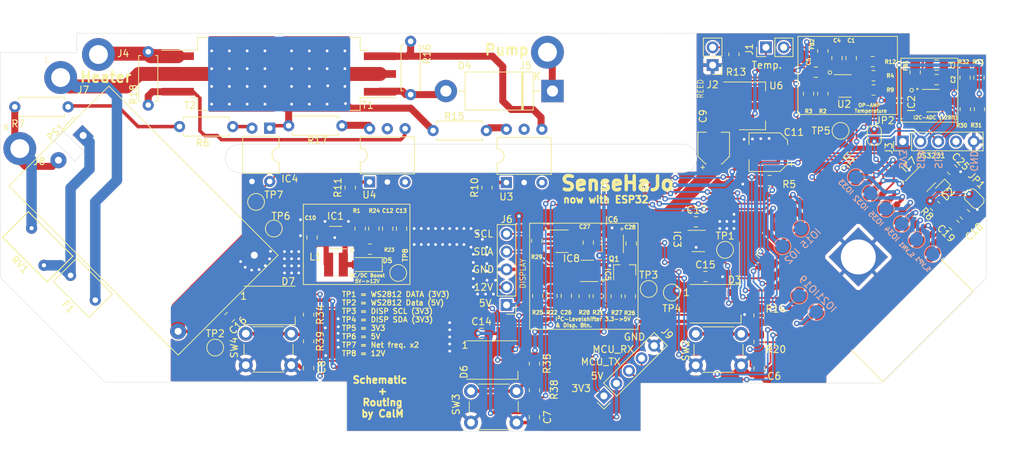
<source format=kicad_pcb>
(kicad_pcb (version 20221018) (generator pcbnew)
  (title_block (comment 4 "AISLER Project ID: WVNRELBR"))
  (layers (0 "F.Cu" signal) (31 "B.Cu" signal) (34 "B.Paste" user) (35 "F.Paste" user) (36 "B.SilkS" user "B.Silkscreen") (37 "F.SilkS" user "F.Silkscreen") (38 "B.Mask" user) (39 "F.Mask" user) (44 "Edge.Cuts" user))
  (net 0 "")
  (net 1 "Net-(J1-Pin_2)")
  (net 2 "GND")
  (net 3 "Net-(IC2-VDD)")
  (net 4 "Net-(J1-Pin_1)")
  (net 5 "+3V3")
  (net 6 "+5V")
  (net 7 "+12V")
  (net 8 "Net-(D2-K)")
  (net 9 "Net-(D2-A)")
  (net 10 "Net-(D3-DOUT)")
  (net 11 "Net-(D3-DIN)")
  (net 12 "SCL_DSP")
  (net 13 "SDA_DSP")
  (net 14 "L_230V")
  (net 15 "N_230V")
  (net 16 "Net-(R10-Pad1)")
  (net 17 "Net-(R11-Pad1)")
  (net 18 "Net-(R15-Pad1)")
  (net 19 "Net-(R17-Pad1)")
  (net 20 "Net-(D4-K)")
  (net 21 "Net-(D4-A)")
  (net 22 "WS2812_3V3")
  (net 23 "Net-(D5-A)")
  (net 24 "Net-(D6-DOUT)")
  (net 25 "MCU_TX")
  (net 26 "MCU_RX")
  (net 27 "Net-(D7-DOUT)")
  (net 28 "Net-(IC1-FB)")
  (net 29 "Net-(IC2-Ain)")
  (net 30 "MAINS_HALVEWAVES")
  (net 31 "REED_IN")
  (net 32 "Net-(IC4-C-Pad2)")
  (net 33 "Net-(IC5-Y)")
  (net 34 "ESP32_ADC")
  (net 35 "I2C_DSP_SDA")
  (net 36 "Net-(IC6-A)")
  (net 38 "SW1")
  (net 39 "I2C_DSP_SCL")
  (net 40 "Net-(J4-Pin_1)")
  (net 41 "SDA_3V3")
  (net 42 "SCL_3V3")
  (net 43 "Net-(U2-+)")
  (net 44 "Net-(R6-Pad1)")
  (net 45 "SW2")
  (net 46 "SW3")
  (net 47 "Net-(U2--)")
  (net 48 "Net-(T1-G)")
  (net 49 "Net-(T2-G)")
  (net 50 "Net-(U1-IO32)")
  (net 51 "Net-(U1-IO33)")
  (net 52 "Net-(U1-IO34)")
  (net 53 "Net-(U1-IO35)")
  (net 56 "DISP_BTN")
  (net 61 "PUMP_MOC")
  (net 63 "Heizung_MOC")
  (net 65 "Net-(R14-Pad2)")
  (net 66 "Net-(R34-Pad2)")
  (net 67 "Net-(R35-Pad2)")
  (net 71 "Net-(PS1-AC{slash}L)")
  (net 72 "Net-(U1-SENSOR_VN)")
  (net 73 "Net-(U1-SENSOR_VP)")
  (net 74 "Net-(U1-IO2)")
  (net 75 "Net-(U1-IO15)")
  (net 76 "Net-(U1-IO19)")
  (net 77 "Net-(U1-IO21)")
  (footprint "MountingHole:MountingHole_2.7mm_M2.5_DIN965_Pad_TopBottom" (layer "F.Cu") (at 37.15 23.38)
    (fp_text reference "J4")
    (fp_text value "Heizung L")
  )
  (footprint "MountingHole:MountingHole_2.7mm_M2.5_DIN965_Pad_TopBottom" (layer "F.Cu") (at 101.35 23.05 -90)
    (fp_text reference "J5")
    (fp_text value "Pumpe L")
  )
  (footprint "Converter_ACDC:Converter_ACDC_HiLink_HLK-PMxx" (layer "F.Cu") (at 34.970105 34.958016 -45)
    (fp_text reference "PS1")
    (fp_text value "HLK-PM01")
  )
  (footprint "ESP32_Handsolder:ESP32-WROOM-32_HandSolder" (layer "F.Cu") (at 144.555028 52.497241 -135)
    (fp_text reference "U1")
    (fp_text value "ESP32-WROOM-32")
  )
  (footprint "Capacitor_SMD:C_0805_2012Metric_Pad1.18x1.45mm_HandSolder" (layer "F.Cu") (at 144.78 23.8975 90)
    (fp_text reference "C1")
    (fp_text value "1uF / 10V")
  )
  (footprint "Capacitor_SMD:C_0805_2012Metric_Pad1.18x1.45mm_HandSolder" (layer "F.Cu") (at 156.9935 26.956)
    (fp_text reference "C2")
    (fp_text value "100nF / 10V")
  )
  (footprint "Capacitor_SMD:C_0805_2012Metric_Pad1.18x1.45mm_HandSolder" (layer "F.Cu") (at 156.9935 24.892)
    (fp_text reference "C3")
    (fp_text value "1uF / 10V")
  )
  (footprint "Capacitor_SMD:C_0805_2012Metric_Pad1.18x1.45mm_HandSolder" (layer "F.Cu") (at 142.748 23.8975 90)
    (fp_text reference "C4")
    (fp_text value "100nF / 10V")
  )
  (footprint "Capacitor_SMD:C_0805_2012Metric_Pad1.18x1.45mm_HandSolder" (layer "F.Cu") (at 139.7215 25.908 180)
    (fp_text reference "C5")
    (fp_text value "100nF / 10V")
  )
  (footprint "Capacitor_SMD:C_0805_2012Metric_Pad1.18x1.45mm_HandSolder" (layer "F.Cu") (at 131.6228 68.2537 90)
    (fp_text reference "C6")
    (fp_text value "100nF / 10V")
  )
  (footprint "Capacitor_SMD:C_0805_2012Metric_Pad1.18x1.45mm_HandSolder" (layer "F.Cu") (at 99.4918 75.2387 90)
    (fp_text reference "C7")
    (fp_text value "100nF / 10V")
  )
  (footprint "Capacitor_SMD:C_0805_2012Metric_Pad1.18x1.45mm_HandSolder" (layer "F.Cu") (at 67.2084 68.2205 90)
    (fp_text reference "C8")
    (fp_text value "100nF / 10V")
  )
  (footprint "Capacitor_SMD:CP_Elec_4x4.5" (layer "F.Cu") (at 125.1204 36.7504 90)
    (fp_text reference "C9")
    (fp_text value "10uF/10V")
  )
  (footprint "Capacitor_SMD:C_0805_2012Metric_Pad1.18x1.45mm_HandSolder" (layer "F.Cu") (at 67.691 49.521 90)
    (fp_text reference "C10")
    (fp_text value " 1uF/25V")
  )
  (footprint "Capacitor_SMD:CP_Elec_5x5.3" (layer "F.Cu") (at 132.928 37.338 180)
    (fp_text reference "C11")
    (fp_text value "47uF/10V")
  )
  (footprint "Capacitor_SMD:C_0805_2012Metric_Pad1.18x1.45mm_HandSolder" (layer "F.Cu") (at 78.5083 48.2815 90)
    (fp_text reference "C12")
    (fp_text value "1uF/25V")
  )
  (footprint "Capacitor_SMD:C_0805_2012Metric_Pad1.18x1.45mm_HandSolder" (layer "F.Cu") (at 80.4895 48.2815 90)
    (fp_text reference "C13")
    (fp_text value " 10uF/25V")
  )
  (footprint "Capacitor_SMD:C_0805_2012Metric_Pad1.18x1.45mm_HandSolder" (layer "F.Cu") (at 91.9265 63.246)
    (fp_text reference "C14")
    (fp_text value "100nF / 10V")
  )
  (footprint "Capacitor_SMD:C_0805_2012Metric_Pad1.18x1.45mm_HandSolder" (layer "F.Cu") (at 123.9305 55.118)
    (fp_text reference "C15")
    (fp_text value "100nF / 10V")
  )
  (footprint "Capacitor_SMD:C_0805_2012Metric_Pad1.18x1.45mm_HandSolder" (layer "F.Cu") (at 55.908377 60.931623 -135)
    (fp_text reference "C16")
    (fp_text value "100nF / 10V")
  )
  (footprint "Diode_THT:D_DO-201AD_P15.24mm_Horizontal" (layer "F.Cu") (at 102.07 28.6 180)
    (fp_text reference "D4")
    (fp_text value "1N4006")
  )
  (footprint "Resistor_SMD:R_0805_2012Metric_Pad1.20x1.40mm_HandSolder" (layer "F.Cu") (at 153.924 25.924 -90)
    (fp_text reference "FB1")
    (fp_text value "Ferrite_Bead")
  )
  (footprint "Package_TO_SOT_SMD:SOT-23-5_HandSoldering" (layer "F.Cu") (at 156.464 29.972)
    (fp_text reference "IC2")
    (fp_text value "MCP3221")
  )
  (footprint "SC-74A_SOT753:SC-74A" (layer "F.Cu") (at 121.412 49.022)
    (fp_text reference "IC3")
    (fp_text value "74LVC1G125")
  )
  (footprint "Connector_PinHeader_2.54mm:PinHeader_1x05_P2.54mm_Vertical" (layer "F.Cu") (at 109.419846 72.190154 135)
    (fp_text reference "J9")
    (fp_text value "Prog")
  )
  (footprint "Inductor_SMD:L_Wuerth_MAPI-3015" (layer "F.Cu") (at 71.1114 53.4162)
    (fp_text reference "L1")
    (fp_text value "10uH")
  )
  (footprint "Package_TO_SOT_SMD:SOT-23" (layer "F.Cu") (at 112.3958 54.1942 90)
    (fp_text reference "Q1")
    (fp_text value "BSS138")
  )
  (footprint "Resistor_SMD:R_0805_2012Metric_Pad1.20x1.40mm_HandSolder" (layer "F.Cu") (at 74.5744 48.276 90)
    (fp_text reference "R1")
    (fp_text value "10k")
  )
  (footprint "Resistor_SMD:R_0805_2012Metric_Pad1.20x1.40mm_HandSolder" (layer "F.Cu") (at 140.716 28.972 -90)
    (fp_text reference "R2")
    (fp_text value "2k2")
  )
  (footprint "Resistor_SMD:R_0805_2012Metric_Pad1.20x1.40mm_HandSolder" (layer "F.Cu") (at 138.684 28.972 -90)
    (fp_text reference "R3")
    (fp_text value "1k8")
  )
  (footprint "Resistor_SMD:R_0805_2012Metric_Pad1.20x1.40mm_HandSolder" (layer "F.Cu") (at 147.971 26.416 180)
    (fp_text reference "R4")
    (fp_text value "10k (DNP)")
  )
  (footprint "Resistor_SMD:R_0805_2012Metric_Pad1.20x1.40mm_HandSolder" (layer "F.Cu") (at 92.71 42.402 -90)
    (fp_text reference "R10")
    (fp_text value "150R")
  )
  (footprint "Resistor_SMD:R_0805_2012Metric_Pad1.20x1.40mm_HandSolder" (layer "F.Cu") (at 73.152 42.402 -90)
    (fp_text reference "R11")
    (fp_text value "150R")
  )
  (footprint "Resistor_SMD:R_0805_2012Metric_Pad1.20x1.40mm_HandSolder" (layer "F.Cu") (at 147.844 24.384 180)
    (fp_text reference "R12")
    (fp_text value "10k")
  )
  (footprint "Resistor_SMD:R_0805_2012Metric_Pad1.20x1.40mm_HandSolder" (layer "F.Cu") (at 128.016 23.352 90)
    (fp_text reference "R13")
    (fp_text value "10k")
  )
  (footprint "Resistor_SMD:R_0805_2012Metric_Pad1.20x1.40mm_HandSolder" (layer "F.Cu") (at 131.5974 60.679 -90)
    (fp_text reference "R14")
    (fp_text value "10k")
  )
  (footprint "Resistor_THT:R_Axial_DIN0207_L6.3mm_D2.5mm_P7.62mm_Horizontal" (layer "F.Cu") (at 92.62 34.25 180)
    (fp_text reference "R15")
    (fp_text value "360R")
  )
  (footprint "Resistor_THT:R_Axial_DIN0207_L6.3mm_D2.5mm_P7.62mm_Horizontal" (layer "F.Cu") (at 81.788 21.4884 -90)
    (fp_text reference "R16")
    (fp_text value "330R")
  )
  (footprint "Resistor_THT:R_Axial_DIN0207_L6.3mm_D2.5mm_P7.62mm_Horizontal" (layer "F.Cu") (at 71.97 33.56 180)
    (fp_text reference "R17")
    (fp_text value "360R")
  )
  (footprint "Resistor_THT:R_Axial_DIN0207_L6.3mm_D2.5mm_P7.62mm_Horizontal" (layer "F.Cu") (at 44.27 30.607 90)
    (fp_text reference "R18")
    (fp_text value "330R")
  )
  (footprint "Resistor_SMD:R_0805_2012Metric_Pad1.20x1.40mm_HandSolder" (layer "F.Cu") (at 131.6228 64.4382 -90)
    (fp_text reference "R20")
    (fp_text value "1k")
  )
  (footprint "Resistor_SMD:R_0805_2012Metric_Pad1.20x1.40mm_HandSolder" (layer "F.Cu") (at 108.6264 57.9214 -90)
    (fp_text reference "R21")
    (fp_text value "10k")
  )
  (footprint "Resistor_SMD:R_0805_2012Metric_Pad1.20x1.40mm_HandSolder" (layer "F.Cu") (at 101.997 57.8706 -90)
    (fp_text reference "R22")
    (fp_text value "10k")
  )
  (footprint "Resistor_SMD:R_0805_2012Metric_Pad1.20x1.40mm_HandSolder" (layer "F.Cu") (at 75.9804 51.2064)
    (fp_text reference "R23")
    (fp_text value "43.2k")
  )
  (footprint "Resistor_SMD:R_0805_2012Metric_Pad1.20x1.40mm_HandSolder" (layer "F.Cu") (at 76.5271 48.2725 -90)
    (fp_text reference "R24")
    (fp_text value "10k")
  )
  (footprint "Resistor_SMD:R_0805_2012Metric_Pad1.20x1.40mm_HandSolder" (layer "F.Cu") (at 99.965 57.8706 90)
    (fp_text reference "R25")
    (fp_text value "10k")
  )
  (footprint "Resistor_SMD:R_0805_2012Metric_Pad1.20x1.40mm_HandSolder" (layer "F.Cu") (at 113.1984 57.9562 -90)
    (fp_text reference "R26")
    (fp_text value "10k")
  )
  (footprint "Resistor_SMD:R_0805_2012Metric_Pad1.20x1.40mm_HandSolder" (layer "F.Cu") (at 111.1918 57.9374 90)
    (fp_text reference "R27")
    (fp_text value "10k")
  )
  (footprint "Resistor_SMD:R_0805_2012Metric_Pad1.20x1.40mm_HandSolder" (layer "F.Cu") (at 106.5944 57.9214 90)
    (fp_text reference "R28")
    (fp_text value "10k")
  )
  (footprint "Resistor_SMD:R_0805_2012Metric_Pad1.20x1.40mm_HandSolder" (layer "F.Cu") (at 99.822 50.022 -90)
    (fp_text reference "R29")
    (fp_text value "100R")
  )
  (footprint "Resistor_SMD:R_0805_2012Metric_Pad1.20x1.40mm_HandSolder" (layer "F.Cu") (at 161.0868 31.2006 90)
    (fp_text reference "R30")
    (fp_text value "10k")
  )
  (footprint "Package_TO_SOT_SMD:TO-263-3_TabPin2" (layer "F.Cu") (at 71.628 26.162 180)
    (fp_text reference "T1")
    (fp_text value "QJ8025")
  )
  (footprint "Package_TO_SOT_SMD:TO-263-3_TabPin2" (layer "F.Cu") (at 54.28 26.155)
    (fp_text reference "T2")
    (fp_text value "QJ8025")
  )
  (footprint "Package_TO_SOT_SMD:SOT-23-5" (layer "F.Cu") (at 143.891 27.874)
    (fp_text reference "U2")
    (fp_text value "MCP6001-OT")
  )
  (footprint "Package_DIP:DIP-6_W7.62mm" (layer "F.Cu") (at 95.4786 41.6814 90)
    (fp_text reference "U3")
    (fp_text value "MOC3043M")
  )
  (footprint "Package_DIP:DIP-6_W7.62mm" (layer "F.Cu") (at 75.9206 41.6052 90)
    (fp_text reference "U4")
    (fp_text value "MOC3043M")
  )
  (footprint "Package_TO_SOT_SMD:SOT-223-3_TabPin2" (layer "F.Cu") (at 130.6326 30.72)
    (fp_text reference "U6")
    (fp_text value "LM1117-3.3")
  )
  (footprint "Package_TO_SOT_SMD:SOT-23-5_HandSoldering" (layer "F.Cu") (at 71.0654 49.5554 180)
    (fp_text reference "IC1")
    (fp_text value "AP3012")
  )
  (footprint "Connector_PinHeader_2.54mm:PinHeader_1x02_P2.54mm_Vertical" (layer "F.Cu") (at 132.588 22.352 90)
    (fp_text reference "J1")
    (fp_text value "Conn_01x02_Male")
  )
  (footprint "Connector_PinHeader_2.54mm:PinHeader_1x02_P2.54mm_Vertical" (layer "F.Cu") (at 124.968 24.892 180)
    (fp_text reference "J2")
    (fp_text value "REED")
  )
  (footprint "Connector_PinHeader_2.54mm:PinHeader_1x05_P2.54mm_Vertical" (layer "F.Cu") (at 152.146 35.814 90)
    (fp_text reference "J3")
    (fp_text value "RTC ( DS3231)")
  )
  (footprint "Connector_PinHeader_2.54mm:PinHeader_1x05_P2.54mm_Vertical" (layer "F.Cu") (at 95.504 59.182 180)
    (fp_text reference "J6")
    (fp_text value "Conn_01x05")
  )
  (footprint "MountingHole:MountingHole_2.7mm_M2.5_DIN965_Pad_TopBottom" (layer "F.Cu") (at 31.75 26.67)
    (fp_text reference "J7")
    (fp_text value "L")
  )
  (footprint "MountingHole:MountingHole_2.7mm_M2.5_DIN965_Pad_TopBottom" (layer "F.Cu") (at 25.908 36.83)
    (fp_text reference "J8")
    (fp_text value "N")
  )
  (footprint "Button_Switch_THT:SW_PUSH_6mm" (layer "F.Cu") (at 122.555 63.318)
    (fp_text reference "SW2")
    (fp_text value "SW1 ( Boot )")
  )
  (footprint "Button_Switch_THT:SW_PUSH_6mm" (layer "F.Cu") (at 90.424 71.501)
    (fp_text reference "SW3")
    (fp_text value "MACHINE_SW2")
  )
  (footprint "Button_Switch_THT:SW_PUSH_6mm" (layer "F.Cu") (at 58.2192 63.2926)
    (fp_text reference "SW4")
    (fp_text value "MACHINE_SW3")
  )
  (footprint "Capacitor_SMD:C_0805_2012Metric_Pad1.18x1.45mm_HandSolder" (layer "F.Cu") (at 161.036 46.228 135)
    (fp_text reference "C18")
    (fp_text value "10uF / 10V")
  )
  (footprint "Capacitor_SMD:C_0805_2012Metric_Pad1.18x1.45mm_HandSolder" (layer "F.Cu") (at 159.512 47.752 135)
    (fp_text reference "C19")
    (fp_text value "100nF / 10V")
  )
  (footprint "Diode_SMD:D_SOD-123" (layer "F.Cu") (at 75.4878 53.4162 180)
    (fp_text reference "D5")
    (fp_text value "PMEG4010EGWX")
  )
  (footprint "Package_DIP:DIP-4_W7.62mm" (layer "F.Cu") (at 61.6458 33.909 -90)
    (fp_text reference "IC4")
    (fp_text value "K814P")
  )
  (footprint "Resistor_SMD:R_0805_2012Metric_Pad1.20x1.40mm_HandSolder" (layer "F.Cu") (at 133.112 41.402)
    (fp_text reference "R5")
    (fp_text value "10k")
  )
  (footprint "Resistor_THT:R_Axial_DIN0207_L6.3mm_D2.5mm_P7.62mm_Horizontal" (layer "F.Cu") (at 48.7426 33.6804)
    (fp_text reference "R6")
    (fp_text value "100k")
  )
  (footprint "Resistor_THT:R_Axial_DIN0207_L6.3mm_D2.5mm_P7.62mm_Horizontal" (layer "F.Cu") (at 25.1968 30.861)
    (fp_text reference "R7")
    (fp_text value "100k")
  )
  (footprint "Capacitor_SMD:C_0805_2012Metric_Pad1.18x1.45mm_HandSolder" (layer "F.Cu") (at 122.5856 47.2948)
    (fp_text reference "C17")
    (fp_text value "100nF / 10V")
  )
  (footprint "Capacitor_THT:C_Rect_L7.0mm_W4.5mm_P5.00mm" (layer "F.Cu") (at 36.703 58.4962 135)
    (fp_text reference "F1")
    (fp_text value "0.5A / 230VAC")
  )
  (footprint "Resistor_SMD:R_0805_2012Metric_Pad1.20x1.40mm_HandSolder" (layer "F.Cu") (at 99.4918 67.5812 -90)
    (fp_text reference "R35")
    (fp_text value "10k")
  )
  (footprint "Resistor_SMD:R_0805_2012Metric_Pad1.20x1.40mm_HandSolder" (layer "F.Cu") (at 147.971 28.448 180)
    (fp_text reference "R9")
    (fp_text value "10k")
  )
  (footprint "Capacitor_SMD:C_0805_2012Metric_Pad1.18x1.45mm_HandSolder" (layer "F.Cu") (at 107.188 50.2705 -90)
    (fp_text reference "C27")
    (fp_text value "100nF / 10V")
  )
  (footprint "Resistor_SMD:R_0805_2012Metric_Pad1.20x1.40mm_HandSolder" (layer "F.Cu") (at 163.0426 26.6794 -90)
    (fp_text reference "R33")
    (fp_text value "10k")
  )
  (footprint "TestPoint:TestPoint_Pad_D2.0mm" (layer "F.Cu") (at 62.23 48.26)
    (fp_text reference "TP6")
    (fp_text value "5V")
  )
  (footprint "Resistor_SMD:R_0805_2012Metric_Pad1.20x1.40mm_HandSolder" (layer "F.Cu") (at 67.2084 60.5696 -90)
    (fp_text reference "R34")
    (fp_text value "10k")
  )
  (footprint "TestPoint:TestPoint_Pad_D2.0mm" (layer "F.Cu") (at 53.848 65.278)
    (fp_text reference "TP2")
    (fp_text value "TestPoint")
  )
  (footprint "Jumper:SolderJumper-2_P1.3mm_Open_RoundedPad1.0x1.5mm" (layer "F.Cu") (at 162.354381 43.990381 135)
    (fp_text reference "JP1")
    (fp_text value "Jumper_2_Open")
  )
  (footprint "TestPoint:TestPoint_Pad_D2.0mm" (layer "F.Cu") (at 143.256 34.29)
    (fp_text reference "TP5")
    (fp_text value "3V3")
  )
  (footprint "Capacitor_SMD:C_0805_2012Metric_Pad1.18x1.45mm_HandSolder" (layer "F.Cu") (at 113.3254 50.3975 90)
    (fp_text reference "C28")
    (fp_text value "100nF / 10V")
  )
  (footprint "Package_TO_SOT_SMD:SOT-23-8_Handsoldering" (layer "F.Cu") (at 103.425 50.074)
    (fp_text reference "IC8")
    (fp_text value "INA350ABS")
  )
  (footprint "Package_TO_SOT_SMD:SOT-23-6_Handsoldering" (layer "F.Cu") (at 155.091654 41.176843 45)
    (fp_text reference "IC7")
    (fp_text value "74LVC1G10")
  )
  (footprint "Varistor:RV_Disc_D9mm_W5.2mm_P5mm" (layer "F.Cu") (at 27.594633 48.214499 -45)
    (fp_text reference "RV1")
    (fp_text value "Varistor 10D561")
  )
  (footprint "Resistor_SMD:R_0805_2012Metric_Pad1.20x1.40mm_HandSolder" (layer "F.Cu") (at 140.716 22.876 -90)
    (fp_text reference "FB2")
    (fp_text value "Ferrite_Bead")
  )
  (footprint "LED_SMD:LED_WS2812B_PLCC4_5.0x5.0mm_P3.2mm" (layer "F.Cu") (at 125.386 59.004)
    (fp_text reference "D3")
    (fp_text value "WS2812B")
  )
  (footprint "TestPoint:TestPoint_Pad_D2.0mm" (layer "F.Cu") (at 80.01 54.61)
    (fp_text reference "TP8")
    (fp_text value "12V")
  )
  (footprint "SC-74A_SOT753:SC-74A" (layer "F.Cu") (at 108.5756 55.3314 180)
    (fp_text reference "IC5")
    (fp_text value "74LVC1G125")
  )
  (footprint "SC-74A_SOT753:SC-74A" (layer "F.Cu") (at 111.6998 49.1744 -90)
    (fp_text reference "IC6")
    (fp_text value "74LVC1G125")
  )
  (footprint "Resistor_SMD:R_0805_2012Metric_Pad1.20x1.40mm_HandSolder" (layer "F.Cu") (at 67.2084 64.3796 -90)
    (fp_text reference "R39")
    (fp_text value "1k")
  )
  (footprint "Resistor_SMD:R_0805_2012Metric_Pad1.20x1.40mm_HandSolder" (layer "F.Cu") (at 99.4918 71.3912 -90)
    (fp_text reference "R38")
    (fp_text value "1k")
  )
  (footprint "Diode_SMD:D_SOD-523" (layer "F.Cu") (at 157.747025 42.431025 -135)
    (fp_text reference "D2")
    (fp_text value "D_Schottky")
  )
  (footprint "TestPoint:TestPoint_Pad_D2.0mm" (layer "F.Cu") (at 115.824 56.896)
    (fp_text reference "TP3")
    (fp_text value "I2C_DISP_SDA_3V3")
  )
  (footprint "TestPoint:TestPoint_Pad_D2.0mm" (layer "F.Cu") (at 59.69 44.45)
    (fp_text reference "TP7")
    (fp_text value "MAINS Halvewaves")
  )
  (footprint "TestPoint:TestPoint_Pad_D2.0mm" (layer "F.Cu") (at 126.746 51.308)
    (fp_text reference "TP1")
    (fp_text value "TestPoint")
  )
  (footprint "Resistor_SMD:R_0805_2012Metric_Pad1.20x1.40mm_HandSolder" (layer "F.Cu") (at 163.1188 31.2006 -90)
    (fp_text reference "R31")
    (fp_text value "10k")
  )
  (footprint "Capacitor_SMD:C_0805_2012Metric_Pad1.18x1.45mm_HandSolder" (layer "F.Cu") (at 159.229623 39.849623 -45)
    (fp_text reference "C25")
    (fp_text value "100nF / 10V")
  )
  (footprint "LED_SMD:LED_WS2812B_PLCC4_5.0x5.0mm_P3.2mm" (layer "F.Cu") (at 61.632 59.258)
    (fp_text reference "D7")
    (fp_text value "WS2812B")
  )
  (footprint "Capacitor_SMD:C_0805_2012Metric_Pad1.18x1.45mm_HandSolder" (layer "F.Cu") (at 104.0544 57.8827 90)
    (fp_text reference "C26")
    (fp_text value "100nF / 10V")
  )
  (footprint "TestPoint:TestPoint_Pad_D2.0mm" (layer "F.Cu") (at 119.126 57.404)
    (fp_text reference "TP4")
    (fp_text value "I2C_DISP_SCL_3V3")
  )
  (footprint "Jumper:SolderJumper-2_P1.3mm_Open_RoundedPad1.0x1.5mm" (layer "F.Cu") (at 148.082 34.94 -90)
    (fp_text reference "JP2")
    (fp_text value "Jumper_2_Open")
  )
  (footprint "Resistor_SMD:R_0805_2012Metric_Pad1.20x1.40mm_HandSolder" (layer "F.Cu") (at 161.0614 26.6794 90)
    (fp_text reference "R32")
    (fp_text value "10k")
  )
  (footprint "LED_SMD:LED_WS2812B_PLCC4_5.0x5.0mm_P3.2mm" (layer "F.Cu") (at 93.472 67.056)
    (fp_text reference "D6")
    (fp_text value "WS2812B")
  )
  (footprint "Resistor_SMD:R_0805_2012Metric_Pad1.20x1.40mm_HandSolder" (layer "F.Cu") (at 156.772893 45.012893 135)
    (fp_text reference "R8")
    (fp_text value "10k")
  )
  (footprint "TestPoint:TestPoint_Pad_D2.0mm" (layer "B.Cu") (at 151.9936 47.5996 -45)
    (fp_text reference "IO34")
    (fp_text value "IO32")
  )
  (footprint "TestPoint:TestPoint_Pad_D2.0mm" (layer "B.Cu") (at 134.9502 50.8 45)
    (fp_text reference "IO2")
    (fp_text value "IO32")
  )
  (footprint "TestPoint:TestPoint_Pad_D2.0mm" (layer "B.Cu") (at 137.3378 57.8358 135)
    (fp_text reference "IO19")
    (fp_text value "IO32")
  )
  (footprint "TestPoint:TestPoint_Pad_D2.0mm" (layer "B.Cu") (at 156.4386 51.9176 -45)
    (fp_text reference "S_VP1")
    (fp_text value "IO32")
  )
  (footprint "TestPoint:TestPoint_Pad_D2.0mm" (layer "B.Cu") (at 145.4404 40.9194 -45)
    (fp_text reference "IO33")
    (fp_text value "IO32")
  )
  (footprint "TestPoint:TestPoint_Pad_D2.0mm" (layer "B.Cu") (at 154.1272 49.8602 -45)
    (fp_text reference "S_VN1")
    (fp_text value "IO32")
  )
  (footprint "TestPoint:TestPoint_Pad_D2.0mm" (layer "B.Cu") (at 137.5918 48.2854 45)
    (fp_text reference "IO15")
    (fp_text value "IO32")
  )
  (footprint "TestPoint:TestPoint_Pad_D2.0mm" (layer "B.Cu") (at 149.733 45.4406 -45)
    (fp_text reference "IO35")
    (fp_text value "IO32")
  )
  (footprint "TestPoint:TestPoint_Pad_D2.0mm" (layer "B.Cu") (at 147.5232 43.2054 -45)
    (fp_text reference "IO32")
    (fp_text value "IO32")
  )
  (footprint "TestPoint:TestPoint_Pad_D2.0mm" (layer "B.Cu") (at 139.8016 60.198 135)
    (fp_text reference "IO21")
    (fp_text value "IO32")
  )
  (gr_rect (start 98.806 47.498) (end 114.3 62.6618) (stroke (width 0.12)) (fill none) (layer "F.SilkS"))
  (gr_rect (start 137.16 20.785) (end 151.384 31.961) (stroke (width 0.12)) (fill none) (layer "F.SilkS"))
  (gr_circle (center 73.4568 51.3588) (end 73.7108 51.3334) (stroke (width 0.12)) (fill none) (layer "F.SilkS"))
  (gr_circle (center 153.416 28.48) (end 153.67 28.4546) (stroke (width 0.12)) (fill none) (layer "F.SilkS"))
  (gr_circle (center 101.1174 48.26) (end 101.1936 48.3362) (stroke (width 0.12)) (fill none) (layer "F.SilkS"))
  (gr_rect (start 151.892 23.908) (end 160.02 33.052) (stroke (width 0.12)) (fill none) (layer "F.SilkS"))
  (gr_rect (start 66.4464 44.7802) (end 81.6864 56.261) (stroke (width 0.12)) (fill none) (layer "F.SilkS"))
  (gr_circle (center 141.732 25.951) (end 141.986 25.9256) (stroke (width 0.12)) (fill none) (layer "F.SilkS"))
  (gr_circle (center 154.248037 28.2956) (end 154.324237 28.3718) (stroke (width 0.12)) (fill none) (layer "F.SilkS"))
  (gr_circle (center 111.998116 48.3252) (end 111.896516 48.2236) (stroke (width 0.12)) (fill none) (layer "F.SilkS"))
  (gr_circle (center 109.3478 55.6912) (end 109.2462 55.5896) (stroke (width 0.12)) (fill none) (layer "F.SilkS"))
  (gr_circle (center 152.146 41.5798) (end 152.2222 41.656) (stroke (width 0.12)) (fill none) (layer "F.SilkS"))
  (gr_line (start 23.114 55.245) (end 23.114 23.114) (stroke (width 0.05)) (layer "Edge.Cuts"))
  (gr_line (start 57.3532 36.195) (end 76.708 36.195) (stroke (width 0.05)) (layer "Edge.Cuts"))
  (gr_line (start 76.708 40.259) (end 57.3532 40.259) (stroke (width 0.05)) (layer "Edge.Cuts"))
  (gr_arc (start 120.6754 36.195) (mid 122.7074 38.227) (end 120.6754 40.259) (stroke (width 0.05)) (layer "Edge.Cuts"))
  (gr_line (start 164.084 49.276) (end 164.084 55.372) (stroke (width 0.05)) (layer "Edge.Cuts"))
  (gr_line (start 112.4204 36.195) (end 76.708 36.195) (stroke (width 0.05)) (layer "Edge.Cuts"))
  (gr_line (start 76.708 40.259) (end 120.6754 40.259) (stroke (width 0.05)) (layer "Edge.Cuts"))
  (gr_line (start 118.6434 20.32) (end 153.162 20.32) (stroke (width 0.05)) (layer "Edge.Cuts"))
  (gr_line (start 112.4204 36.195) (end 120.6754 36.195) (stroke (width 0.05)) (layer "Edge.Cuts"))
  (gr_line (start 114.5794 20.3454) (end 118.6688 20.3454) (stroke (width 0.05)) (layer "Edge.Cuts"))
  (gr_line (start 118.6688 20.3454) (end 118.6434 20.32) (stroke (width 0.05)) (layer "Edge.Cuts"))
  (gr_line (start 34.036 23.114) (end 34.036 20.32) (stroke (width 0.05)) (layer "Edge.Cuts"))
  (gr_line (start 164.084 23.368) (end 164.084 30.988) (stroke (width 0.05)) (layer "Edge.Cuts"))
  (gr_line (start 30.83 35.66) (end 33.77 38.6) (stroke (width 0.05)) (layer "Edge.Cuts"))
  (gr_line (start 33.77 38.6) (end 35.105 37.264) (stroke (width 0.05)) (layer "Edge.Cuts"))
  (gr_line (start 153.162 20.32) (end 153.162 23.368) (stroke (width 0.05)) (layer "Edge.Cuts"))
  (gr_line (start 35.105 37.264) (end 32.16 34.33) (stroke (width 0.05)) (layer "Edge.Cuts"))
  (gr_line (start 114.681 77.216) (end 72.644 77.216) (stroke (width 0.05)) (layer "Edge.Cuts"))
  (gr_line (start 114.5794 20.3454) (end 34.036 20.32) (stroke (width 0.05)) (layer "Edge.Cuts"))
  (gr_arc (start 57.3532 40.259) (mid 55.29564 38.227) (end 57.3532 36.195) (stroke (width 0.05)) (layer "Edge.Cuts"))
  (gr_line (start 38.1 70.231) (end 46.7614 70.231) (stroke (width 0.05)) (layer "Edge.Cuts"))
  (gr_line (start 114.681 70.358) (end 114.681 77.216) (stroke (width 0.05)) (layer "Edge.Cuts"))
  (gr_line (start 46.7614 70.231) (end 49.0728 70.231) (stroke (width 0.05)) (layer "Edge.Cuts"))
  (gr_line (start 38.1 70.231) (end 23.114 55.245) (stroke (width 0.05)) (layer "Edge.Cuts"))
  (gr_line (start 153.162 23.368) (end 164.084 23.368) (stroke (width 0.05)) (layer "Edge.Cuts"))
  (gr_line (start 149.098 70.358) (end 114.681 70.358) (stroke (width 0.05)) (layer "Edge.Cuts"))
  (gr_line (start 72.644 77.216) (end 72.644 70.231) (stroke (width 0.05)) (layer "Edge.Cuts"))
  (gr_line (start 164.084 30.988) (end 164.084 49.276) (stroke (width 0.05)) (layer "Edge.Cuts"))
  (gr_line (start 72.644 70.231) (end 49.0728 70.231) (stroke (width 0.05)) (layer "Edge.Cuts"))
  (gr_line (start 32.16 34.33) (end 30.83 35.66) (stroke (width 0.05)) (layer "Edge.Cuts"))
  (gr_line (start 164.084 55.372) (end 149.098 70.358) (stroke (width 0.05)) (layer "Edge.Cuts"))
  (gr_line (start 23.114 23.114) (end 34.036 23.114) (stroke (width 0.05)) (layer "Edge.Cuts"))
  (gr_text "SDA" (at 154.686 38.354 -90) (layer "B.SilkS") (effects (font (size 1 1)) (justify mirror)))
  (gr_text "GND" (at 162.306 38.608 -90) (layer "B.SilkS") (effects (font (size 1 1)) (justify mirror)))
  (gr_text "SLC" (at 157.226 38.354 -90) (layer "B.SilkS") (effects (font (size 1 1)) (justify mirror)))
  (gr_text "3V3" (at 152.146 38.354 -90) (layer "B.SilkS") (effects (font (size 1 1)) (justify mirror)))
  (gr_text "DC/DC Boost\n5V->12V" (at 75.5904 55.3724) (layer "F.SilkS") (effects (font (size 0.5 0.5) (thickness 0.125))))
  (gr_text "I²C-Levelshifter 3.3->5V\n& Disp. Btn." (at 102.4128 61.6458) (layer "F.SilkS") (effects (font (size 0.55 0.55) (thickness 0.1375)) (justify left)))
  (gr_text "DS3231" (at 156.21 37.846) (layer "F.SilkS") (effects (font (size 0.7 0.7))))
  (gr_text "GND" (at 92.202 54.102) (layer "F.SilkS") (effects (font (size 1 1))))
  (gr_text "now with ESP32" (at 109.7026 44.1198) (layer "F.SilkS") (effects (font (size 1 1) (thickness 0.25))))
  (gr_text "N" (at 23.495 34.29) (layer "F.SilkS") (effects (font (size 0.8 0.72) (thickness 0.1)) (justify left bottom)))
  (gr_text "Pump" (at 95.5294 22.7076) (layer "F.SilkS") (effects (font (size 1.5 1.5) (thickness 0.3))))
  (gr_text "12V" (at 92.202 56.642) (layer "F.SilkS") (effects (font (size 1 1))))
  (gr_text "3V3" (at 106.172 71.12) (layer "F.SilkS") (effects (font (size 1 1))))
  (gr_text "SCL" (at 92.202 49.022) (layer "F.SilkS") (effects (font (size 1 1))))
  (gr_text "MCU_TX" (at 108.966 67.31) (layer "F.SilkS") (effects (font (size 1 1))))
  (gr_text "MCU_RX" (at 110.744 65.532) (layer "F.SilkS") (effects (font (size 1 1))))
  (gr_text "Schematic \n+\nRouting\nby CalM" (at 77.7748 72.3138) (layer "F.SilkS") (effects (font (size 1 1) (thickness 0.25))))
  (gr_text "\n\nTP1 = WS2812 DATA (3V3)\nTP2 = WS2812 Data (5V)\nTP3 = DISP SCL (3V3)\nTP4 = DISP SDA (3V3)\nTP5 = 3V3\nTP6 = 5V\nTP7 = Net freq. x2\nTP8 = 12V\n" (at 71.882 66.548) (layer "F.SilkS") (effects (font (size 0.75 0.75)) (justify left bottom)))
  (gr_text "REED" (at 123.698 29.718 90) (layer "F.SilkS") (effects (font (size 0.8 0.72) (thickness 0.1)) (justify left bottom)))
  (gr_text "L" (at 29.4132 24.6126) (layer "F.SilkS") (effects (font (size 0.8 0.72) (thickness 0.1)) (justify left bottom)))
  (gr_text "Temp." (at 132.715 24.892) (layer "F.SilkS") (effects (font (size 1 1))))
  (gr_text "I2C-ADC (12Bit)" (at 156.8196 32.385) (layer "F.SilkS") (effects (font (size 0.5 0.5) (thickness 0.125))))
  (gr_text "Heater" (at 38.2016 26.6192) (layer "F.SilkS") (effects (font (size 1.5 1.5) (thickness 0.3))))
  (gr_text "DISPLAY" (at 98.298 56.896 90) (layer "F.SilkS") (effects (font (size 0.8 0.72) (thickness 0.1)) (justify left bottom)))
  (gr_text "GND" (at 113.792 63.754) (layer "F.SilkS") (effects (font (size 1 1))))
  (gr_text "5V" (at 92.456 58.928) (layer "F.SilkS") (effects (font (size 1 1))))
  (gr_text "SDA\n" (at 92.202 51.562) (layer "F.SilkS") (effects (font (size 1 1))))
  (gr_text "SenseHaJo" (at 111.379 42.9768) (layer "F.SilkS") (effects (font (size 2 2) (thickness 0.5)) (justify bottom)))
  (gr_text "OP-AMP \nTemperature" (at 147.574 31.031) (layer "F.SilkS") (effects (font (size 0.5 0.5) (thickness 0.125))))
  (gr_text "5V" (at 108.458 69.342) (layer "F.SilkS") (effects (font (size 1 1))))
  (segment (start 142.197 24.935) (end 142.748 24.935) (width 0.25) (layer "F.Cu") (net 1))
  (segment (start 140.716 25.865) (end 140.759 25.908) (width 0.25) (layer "F.Cu") (net 1))
  (segment (start 140.716 23.876) (end 140.716 25.865) (width 0.25) (layer "F.Cu") (net 1))
  (segment (start 144.78 24.935) (end 144.78 26.713) (width 0.25) (layer "F.Cu") (net 1))
  (segment (start 140.716 23.876) (end 139.657 23.876) (width 0.25) (layer "F.Cu") (net 1))
  (segment (start 138.133 22.352) (end 135.128 22.352) (width 0.25) (layer "F.Cu") (net 1))
  (segment (start 142.748 24.935) (end 144.78 24.935) (width 0.25) (layer "F.Cu") (net 1))
  (segment (start 140.759 25.908) (end 141.224 25.908) (width 0.25) (layer "F.Cu") (net 1))
  (segment (start 144.78 26.713) (end 144.991 26.924) (width 0.25) (layer "F.Cu") (net 1))
  (segment (start 139.657 23.876) (end 138.133 22.352) (width 0.25) (layer "F.Cu") (net 1))
  (segment (start 141.224 25.908) (end 142.197 24.935) (width 0.25) (layer "F.Cu") (net 1))
  (segment (start 73.9994 51.038573) (end 74.0554 51.094573) (width 0.25) (layer "F.Cu") (net 2))
  (segment (start 102.075 51.054) (end 103.378 51.054) (width 0.5) (layer "F.Cu") (net 2))
  (segment (start 73.8632 50.7238) (end 73.8632 52.0446) (width 0.25) (layer "F.Cu") (net 2))
  (segment (start 65.743 67.7926) (end 67.2084 69.258) (width 0.5) (layer "F.Cu") (net 2))
  (segment (start 109.998 48.1584) (end 109.7998 48.3566) (width 0.25) (layer "F.Cu") (net 2))
  (segment (start 144.78 22.86) (end 146.304 22.86) (width 0.25) (layer "F.Cu") (net 2))
  (segment (start 147.89552 29.65048) (end 147.574 29.972) (width 0.25) (layer "F.Cu") (net 2))
  (segment (start 111.6998 48.641) (end 111.2172 48.1584) (width 0.25) (layer "F.Cu") (net 2))
  (segment (start 125.702 28.42) (end 124.968 27.686) (width 0.5) (layer "F.Cu") (net 2))
  (segment (start 146.304 22.86) (end 146.844 23.4) (width 0.25) (layer "F.Cu") (net 2))
  (segment (start 73.4454 49.5554) (end 73.533 49.643) (width 0.25) (layer "F.Cu") (net 2))
  (segment (start 162.814 45.5422) (end 162.814 46.228) (width 0.5) (layer "F.Cu") (net 2))
  (segment (start 111.6998 49.1744) (end 111.6998 48.641) (width 0.25) (layer "F.Cu") (net 2))
  (segment (start 138.684 29.972) (end 138.684 31.242) (width 0.25) (layer "F.Cu") (net 2))
  (segment (start 110.144366 53.4314) (end 110.269346 53.55638) (width 0.25) (layer "F.Cu") (net 2))
  (segment (start 126.6956 60.604) (end 127.836 60.604) (width 0.25) (layer "F.Cu") (net 2))
  (segment (start 156.464 28.702) (end 158.031 27.135) (width 0.25) (layer "F.Cu") (net 2))
  (segment (start 96.924 76.001) (end 99.2166 76.001) (width 0.5) (layer "F.Cu") (net 2))
  (segment (start 107.6466 50.8494) (end 107.188 51.308) (width 0.25) (layer "F.Cu") (net 2))
  (segment (start 131.6228 69.2912) (end 132.3848 70.0532) (width 0.5) (layer "F.Cu") (net 2))
  (segment (start 80.4895 47.244) (end 76.5556 47.244) (width 0.75) (layer "F.Cu") (net 2))
  (segment (start 156.21 29.972) (end 156.464 29.718) (width 0.25) (layer "F.Cu") (net 2))
  (segment (start 108.5756 53.4314) (end 110.144366 53.4314) (width 0.25) (layer "F.Cu") (net 2))
  (segment (start 144.028233 64.698369) (end 156.756156 51.970446) (width 0.5) (layer "F.Cu") (net 2))
  (segment (start 144.78 22.86) (end 142.748 22.86) (width 0.25) (layer "F.Cu") (net 2))
  (segment (start 110.5916 48.1584) (end 109.998 48.1584) (width 0.25) (layer "F.Cu") (net 2))
  (segment (start 126.365 55.118) (end 126.3904 55.1434) (width 0.25) (layer "F.Cu") (net 2))
  (segment (start 126.3904 60.2996) (end 126.6952 60.6044) (width 0.25) (layer "F.Cu") (net 2))
  (segment (start 131.3316 69) (end 127.9026 69) (width 0.5) (layer "F.Cu") (net 2))
  (segment (start 72.4154 49.5554) (end 73.4454 49.5554) (width 0.25) (layer "F.Cu") (net 2))
  (segment (start 153.648506 39.9034) (end 153.0858 39.9034) (width 0.5) (layer "F.Cu") (net 2))
  (segment (start 73.533 50.5714) (end 73.6854 50.7238) (width 0.25) (layer "F.Cu") (net 2))
  (segment (start 126.6952 60.6044) (end 126.6956 60.604) (width 0.25) (layer "F.Cu") (net 2))
  (segment (start 73.240627 49.5554) (end 73.926427 50.2412) (width 0.25) (layer "F.Cu") (net 2))
  (segment (start 159.975154 40.583246) (end 160.423124 40.135276) (width 0.25) (layer "F.Cu") (net 2))
  (segment (start 127.254 28.42) (end 125.702 28.42) (width 0.5) (layer "F.Cu") (net 2))
  (segment (start 124.968 55.118) (end 126.365 55.118) (width 0.25) (layer "F.Cu") (net 2))
  (segment (start 119.888 50.8) (end 119.888 49.276) (width 0.25) (layer "F.Cu") (net 2))
  (segment (start 102.075 49.094) (end 103.3484 49.094) (width 0.5) (layer "F.Cu") (net 2))
  (segment (start 138.673402 70.0532) (end 144.028233 64.698369) (width 0.5) (layer "F.Cu") (net 2))
  (segment (start 156.7608 51.970446) (end 160.245623 48.485623) (width 0.5) (layer "F.Cu") (net 2))
  (segment (start 143.764 31.242) (end 143.764 29.972) (width 0.25) (layer "F.Cu") (net 2))
  (segment (start 131.6228 69.2912) (end 131.3316 69) (width 0.5) (layer "F.Cu") (net 2))
  (segment (start 132.3848 70.0532) (end 138.673402 70.0532) (width 0.5) (layer "F.Cu") (net 2))
  (segment (start 74.1934 52.3748) (end 75.7428 52.3748) (width 0.25) (layer "F.Cu") (net 2))
  (segment (start 72.4154 49.5554) (end 73.240627 49.5554) (width 0.25) (layer "F.Cu") (net 2))
  (segment (start 143.764 27.94) (end 143.698 27.874) (width 0.25) (layer "F.Cu") (net 2))
  (segment (start 109.7998 48.3566) (end 109.7998 49.1744) (width 0.25) (layer "F.Cu") (net 2))
  (segment (start 154.696661 40.951555) (end 153.648506 39.9034) (width 0.5) (layer "F.Cu") (net 2))
  (segment (start 159.963246 40.583246) (end 159.975154 40.583246) (width 0.25) (layer "F.Cu") (net 2))
  (segment (start 147.574 29.972) (end 143.764 29.972) (width 0.25) (layer "F.Cu") (net 2))
  (segment (start 111.2172 48.1584) (end 110.5916 48.1584) (width 0.25) (layer "F.Cu") (net 2))
  (segment (start 146.844 23.4) (end 146.844 24.384) (width 0.25) (layer "F.Cu") (net 2))
  (segment (start 156.464 29.718) (end 156.464 28.702) (width 0.25) (layer "F.Cu") (net 2))
  (segment (start 111.6998 49.3616) (end 110.212 50.8494) (width 0.25) (layer "F.Cu") (net 2))
  (segment (start 143.698 27.874) (end 142.791 27.874) (width 0.25) (layer "F.Cu") (net 2))
  (segment (start 108.5756 55.3314) (end 108.678994 55.3314) (width 0.25) (layer "F.Cu") (net 2))
  (segment (start 108.678994 55.3314) (end 109.30012 54.710274) (width 0.25) (layer "F.Cu") (net 2))
  (segment (start 121.5481 48.8859) (end 121.412 49.022) (width 0.25) (layer "F.Cu") (net 2))
  (segment (start 109.30012 54.710274) (end 109.30012 53.65812) (width 0.25) (layer "F.Cu") (net 2))
  (segment (start 103.378 51.054) (end 103.378 49.1236) (width 0.5) (layer "F.Cu") (net 2))
  (segment (start 156.756156 51.970446) (end 156.7608 51.970446) (width 0.5) (layer "F.Cu") (net 2))
  (segment (start 121.5481 47.2948) (end 121.5481 48.8859) (width 0.25) (layer "F.Cu") (net 2))
  (segment (start 111.6998 49.1744) (end 111.6998 49.3616) (width 0.25) (layer "F.Cu") (net 2))
  (segment (start 120.142 49.022) (end 121.412 49.022) (width 0.25) (layer "F.Cu") (net 2))
  (segment (start 158.031 24.892) (end 158.031 26.956) (width 0.25) (layer "F.Cu") (net 2))
  (segment (start 73.9994 50.2412) (end 73.9994 51.038573) (width 0.25) (layer "F.Cu") (net 2))
  (segment (start 147.828 24.384) (end 147.89552 24.45152) (width 0.25) (layer "F.Cu") (net 2))
  (segment (start 154.13706 42.131437) (end 154.696661 41.571836) (width 0.5) (layer "F.Cu") (net 2))
  (segment (start 103.378 51.054) (end 104.775 51.054) (width 0.5) (layer "F.Cu") (net 2))
  (segment (start 76.5556 47.244) (end 76.5271 47.2725) (width 0.75) (layer "F.Cu") (net 2))
  (segment (start 126.3904 55.1434) (end 126.3904 60.2996) (width 0.25) (layer "F.Cu") (net 2))
  (segment (start 124.968 27.686) (end 124.968 24.892) (width 0.5) (layer "F.Cu") (net 2))
  (segment (start 73.926427 50.2412) (end 73.9994 50.2412) (width 0.25) (layer "F.Cu") (net 2))
  (segment (start 138.684 31.242) (end 143.764 31.242) (width 0.25) (layer "F.Cu") (net 2))
  (segment (start 162.814 46.228) (end 162.080377 46.961623) (width 0.5) (layer "F.Cu") (net 2))
  (segment (start 162.814 44.45) (end 162.814 45.5422) (width 0.5) (layer "F.Cu") (net 2))
  (segment (start 64.7192 67.7926) (end 65.743 67.7926) (width 0.5) (layer "F.Cu") (net 2))
  (segment (start 109.30012 53.65812) (end 109.0734 53.4314) (width 0.25) (layer "F.Cu") (net 2))
  (segment (start 155.114 29.972) (end 156.21 29.972) (width 0.25) (layer "F.Cu") (net 2))
  (segment (start 119.888 49.276) (end 120.142 49.022) (width 0.25) (layer "F.Cu") (net 2))
  (segment (start 99.2166 76.001) (end 99.4918 76.2762) (width 0.5) (layer "F.Cu") (net 2))
  (segment (start 161.769623 46.961623) (end 160.245623 48.485623) (width 0.5) (layer "F.Cu") (net 2))
  (segment (start 127.889 68.984) (end 129.055 67.818) (width 0.5) (layer "F.Cu") (net 2))
  (segment (start 121.412 50.922) (end 120.01 50.922) (width 0.25) (layer "F.Cu") (net 2))
  (segment (start 109.7998 49.4996) (end 109.7998 49.1744) (width 0.25) (layer "F.Cu") (net 2))
  (segment (start 143.764 29.972) (end 143.764 27.94) (width 0.25) (layer "F.Cu") (net 2))
  (segment (start 73.6854 50.7238) (end 73.8632 50.7238) (width 0.25) (layer "F.Cu") (net 2))
  (segment (start 110.212 50.8494) (end 107.6466 50.8494) (width 0.25) (layer "F.Cu") (net 2))
  (segment (start 73.533 49.643) (end 73.533 50.5714) (width 0.25) (layer "F.Cu") (net 2))
  (segment (start 73.8632 52.0446) (end 74.1934 52.3748) (width 0.25) (layer "F.Cu") (net 2))
  (segment (start 147.89552 24.45152) (end 147.89552 29.65048) (width 0.25) (layer "F.Cu") (net 2))
  (segment (start 74.0554 51.094573) (end 74.0554 51.562) (width 0.25) (layer "F.Cu") (net 2))
  (segment (start 127.9026 69) (end 127.889 68.9864) (width 0.5) (layer "F.Cu") (net 2))
  (segment (start 146.844 24.384) (end 147.828 24.384) (width 0.25) (layer "F.Cu") (net 2))
  (segment (start 109.0734 53.4314) (end 108.5756 53.4314) (width 0.25) (layer "F.Cu") (net 2))
  (segment (start 120.01 50.922) (end 119.888 50.8) (width 0.25) (layer "F.Cu") (net 2))
  (segment (start 127.889 68.9864) (end 127.889 68.984) (width 0.5) (layer "F.Cu") (net 2))
  (segment (start 158.031 27.135) (end 158.031 26.956) (width 0.25) (layer "F.Cu") (net 2))
  (segment (start 154.696661 41.571836) (end 154.696661 40.951555) (width 0.5) (layer "F.Cu") (net 2))
  (segment (start 162.080377 46.961623) (end 161.769623 46.961623) (width 0.5) (layer "F.Cu") (net 2))
  (segment (start 103.3484 49.094) (end 103.378 49.1236) (width 0.5) (layer "F.Cu") (net 2))
  (segment (start 113.3254 49.36) (end 111.8854 49.36) (width 0.25) (layer "F.Cu") (net 2))
  (segment (start 111.8854 49.36) (end 111.6998 49.1744) (width 0.25) (layer "F.Cu") (net 2))
  (via (at 83.312 48.26) (size 0.8) (drill 0.4) (layers "F.Cu" "B.Cu") (net 2))
  (via (at 66.04 46.99) (size 0.8) (drill 0.4) (layers "F.Cu" "B.Cu") (net 2))
  (via (at 93.9292 55.6514) (size 0.8) (drill 0.4) (layers "F.Cu" "B.Cu") (net 2))
  (via (at 92.5068 57.6326) (size 0.8) (drill 0.4) (layers "F.Cu" "B.Cu") (net 2))
  (via (at 69.5452 47.244) (size 0.8) (drill 0.4) (layers "F.Cu" "B.Cu") (net 2))
  (via (at 86.36 50.546) (size 0.8) (drill 0.4) (layers "F.Cu" "B.Cu") (net 2))
  (via (at 84.328 48.26) (size 0.8) (drill 0.4) (layers "F.Cu" "B.Cu") (net 2))
  (via (at 87.376 64.77) (size 0.8) (drill 0.4) (layers "F.Cu" "B.Cu") (net 2))
  (via (at 128.016 46.228) (size 0.8) (drill 0.4) (layers "F.Cu" "B.Cu") (net 2))
  (via (at 88.392 48.26) (size 0.8) (drill 0.4) (layers "F.Cu" "B.Cu") (net 2))
  (via (at 71.4248 61.1632) (size 0.8) (drill 0.4) (layers "F.Cu" "B.Cu") (net 2))
  (via (at 131.8514 35.4076) (size 0.8) (drill 0.4) (layers "F.Cu" "B.Cu") (net 2))
  (via (at 71.4502 65.2272) (size 0.8) (drill 0.4) (layers "F.Cu" "B.Cu") (net 2))
  (via (at 92.6846 53.2638) (size 0.8) (drill 0.4) (layers "F.Cu" "B.Cu") (net 2))
  (via (at 88.392 50.546) (size 0.8) (drill 0.4) (layers "F.Cu" "B.Cu") (net 2))
  (via (at 91.3384 48.9712) (size 0.8) (drill 0.4) (layers "F.Cu" "B.Cu") (net 2))
  (via (at 93.6244 57.6326) (size 0.8) (drill 0.4) (layers "F.Cu" "B.Cu") (net 2))
  (via (at 70.9422 49.5554) (size 0.8) (drill 0.4) (layers "F.Cu" "B.Cu") (net 2))
  (via (at 110.5916 48.1584) (size 0.8) (drill 0.4) (layers "F.Cu" "B.Cu") (net 2))
  (via (at 64.77 53.594) (size 0.8) (drill 0.4) (layers "F.Cu" "B.Cu") (net 2))
  (via (at 64.77 52.578) (size 0.8) (drill 0.4) (layers "F.Cu" "B.Cu") (net 2))
  (via (at 125.984 48.26) (size 0.8) (drill 0.4) (layers "F.Cu" "B.Cu") (net 2))
  (via (at 90.7542 53.1114) (size 0.8) (drill 0.4) (layers "F.Cu" "B.Cu") (net 2))
  (via (at 60.1218 54.1274) (size 0.8) (drill 0.4) (layers "F.Cu" "B.Cu") (net 2))
  (via (at 61.0108 53.5686) (size 0.8) (drill 0.4) (layers "F.Cu" "B.Cu") (net 2))
  (via (at 130.6576 35.4584) (size 0.8) (drill 0.4) (layers "F.Cu" "B.Cu") (net 2))
  (via (at 87.376 62.738) (size 0.8) (drill 0.4) (layers "F.Cu" "B.Cu") (net 2))
  (via (at 89.408 48.26) (size 0.8) (drill 0.4) (layers "F.Cu" "B.Cu") (net 2))
  (via (at 90.7542 55.4228) (size 0.8) (drill 0.4) (layers "F.Cu" "B.Cu") (net 2))
  (via (at 83.312 50.546) (size 0.8) (drill 0.4) (layers "F.Cu" "B.Cu") (net 2))
  (via (at 128.016 47.244) (size 0.8) (drill 0.4) (layers "F.Cu" "B.Cu") (net 2))
  (via (at 133.0452 35.3822) (size 0.8) (drill 0.4) (layers "F.Cu" "B.Cu") (net 2))
  (via (at 128.016 48.26) (size 0.8) (drill 0.4) (layers "F.Cu" "B.Cu") (net 2))
  (via (at 61.7474 51.5112) (size 0.8) (drill 0.4) (layers "F.Cu" "B.Cu") (net 2))
  (via (at 127 47.244) (size 0.8) (drill 0.4) (layers "F.Cu" "B.Cu") (net 2))
  (via (at 129.4638 35.5092) (size 0.8) (drill 0.4) (layers "F.Cu" "B.Cu") (net 2))
  (via (at 64.77 54.61) (size 0.8) (drill 0.4) (layers "F.Cu" "B.Cu") (net 2))
  (via (at 85.344 50.546) (size 0.8) (drill 0.4) (layers "F.Cu" "B.Cu") (net 2))
  (via (at 110.269346 53.55638) (size 0.8) (drill 0.4) (layers "F.Cu" "B.Cu") (net 2))
  (via (at 87.376 48.26) (size 0.8) (drill 0.4) (layers "F.Cu" "B.Cu") (net 2))
  (via (at 129.286 41.91) (size 0.8) (drill 0.4) (layers "F.Cu" "B.Cu") (net 2))
  (via (at 63.754 52.578) (size 0.8) (drill 0.4) (layers "F.Cu" "B.Cu") (net 2))
  (via (at 92.71 54.356) (size 0.8) (drill 0.4) (layers "F.Cu" "B.Cu") (net 2))
  (via (at 69.6468 66.421) (size 0.8) (drill 0.4) (layers "F.Cu" "B.Cu") (net 2))
  (via (at 160.423124 40.135276) (size 0.8) (drill 0.4) (layers "F.Cu" "B.Cu") (net 2))
  (via (at 87.376 63.754) (size 0.8) (drill 0.4) (layers "F.Cu" "B.Cu") (net 2))
  (via (at 84.328 50.546) (size 0.8) (drill 0.4) (layers "F.Cu" "B.Cu") (net 2))
  (via (at 71.4502 62.3062) (size 0.8) (drill 0.4) (layers "F.Cu" "B.Cu") (net 2))
  (via (at 90.7542 56.6166) (size 0.8) (drill 0.4) (layers "F.Cu" "B.Cu") (net 2))
  (via (at 92.6846 50.927) (size 0.8) (drill 0.4) (layers "F.Cu" "B.Cu") (net 2))
  (via (at 63.754 54.61) (size 0.8) (drill 0.4) (layers "F.Cu" "B.Cu") (net 2))
  (via (at 71.4248 64.2366) (size 0.8) (drill 0.4) (layers "F.Cu" "B.Cu") (net 2))
  (via (at 87.376 65.786) (size 0.8) (drill 0.4) (layers "F.Cu" "B.Cu") (net 2))
  (via (at 57.4802 52.9844) (size 0.8) (drill 0.4) (layers "F.Cu" "B.Cu") (net 2))
  (via (at 59.055 54.2036) (size 0.8) (drill 0.4) (layers "F.Cu" "B.Cu") (net 2))
  (via (at 86.36 48.26) (size 0.8) (drill 0.4) (layers "F.Cu" "B.Cu") (net 2))
  (via (at 89.408 50.546) (size 0.8) (drill 0.4) (layers "F.Cu" "B.Cu") (net 2))
  (via (at 90.424 50.927) (size 0.8) (drill 0.4) (layers "F.Cu" "B.Cu") (net 2))
  (via (at 72.898 47.244) (size 0.8) (drill 0.4) (layers "F.Cu" "B.Cu") (net 2))
  (via (at 129.54 60.5536) (size 0.8) (drill 0.4) (layers "F.Cu" "B.Cu") (net 2))
  (via (at 92.71 55.6514) (size 0.8) (drill 0.4) (layers "F.Cu" "B.Cu") (net 2))
  (via (at 82.296 48.26) (size 0.8) (drill 0.4) (layers "F.Cu" "B.Cu") (net 2))
  (via (at 63.754 53.594) (size 0.8) (drill 0.4) (layers "F.Cu" "B.Cu") (net 2))
  (via (at 126.3904 55.1434) (size 0.8) (drill 0.4) (layers "F.Cu" "B.Cu") (net 2))
  (via (at 125.984 47.244) (size 0.8) (drill 0.4) (layers "F.Cu" "B.Cu") (net 2))
  (via (at 91.3638 57.6326) (size 0.8) (drill 0.4) (layers "F.Cu" "B.Cu") (net 2))
  (via (at 90.7542 54.3052) (size 0.8) (drill 0.4) (layers "F.Cu" "B.Cu") (net 2))
  (via (at 65.786 53.594) (size 0.8) (drill 0.4) (layers "F.Cu" "B.Cu") (net 2))
  (via (at 71.4248 63.246) (size 0.8) (drill 0.4) (layers "F.Cu" "B.Cu") (net 2))
  (via (at 65.786 52.578) (size 0.8) (drill 0.4) (layers "F.Cu" "B.Cu") (net 2))
  (via (at 65.786 51.562) (size 0.8) (drill 0.4) (layers "F.Cu" "B.Cu") (net 2))
  (via (at 66.04 49.276) (size 0.8) (drill 0.4) (layers "F.Cu" "B.Cu") (net 2))
  (via (at 69.596 62.4586) (size 0.8) (drill 0.4) (layers "F.Cu" "B.Cu") (net 2))
  (via (at 61.6204 52.6034) (size 0.8) (drill 0.4) (layers "F.Cu" "B.Cu") (net 2))
  (via (at 162.814 45.5422) (size 0.8) (drill 0.4) (layers "F.Cu" "B.Cu") (net 2))
  (via (at 64.77 51.562) (size 0.8) (drill 0.4) (layers "F.Cu" "B.Cu") (net 2))
  (via (at 87.376 61.722) (size 0.8) (drill 0.4) (layers "F.Cu" "B.Cu") (net 2))
  (via (at 90.7542 51.943) (size 0.8) (drill 0.4) (layers "F.Cu" "B.Cu") (net 2))
  (via (at 153.0858 39.9034) (size 0.8) (drill 0.4) (layers "F.Cu" "B.Cu") (net 2))
  (via (at 58.1406 53.7972) (size 0.8) (drill 0.4) (layers "F.Cu" "B.Cu") (net 2))
  (via (at 85.344 48.26) (size 0.8) (drill 0.4) (layers "F.Cu" "B.Cu") (net 2))
  (via (at 122.6058 50.9524) (size 0.8) (drill 0.4) (layers "F.Cu" "B.Cu") (net 2))
  (via (at 82.296 50.546) (size 0.8) (drill 0.4) (layers "F.Cu" "B.Cu") (net 2))
  (via (at 87.376 50.546) (size 0.8) (drill 0.4) (layers "F.Cu" "B.Cu") (net 2))
  (via (at 63.754 51.562) (size 0.8) (drill 0.4) (layers "F.Cu" "B.Cu") (net 2))
  (via (at 92.0496 49.8094) (size 0.8) (drill 0.4) (layers "F.Cu" "B.Cu") (net 2))
  (via (at 90.424 48.26) (size 0.8) (drill 0.4) (layers "F.Cu" "B.Cu") (net 2))
  (via (at 92.6846 52.0192) (size 0.8) (drill 0.4) (layers "F.Cu" "B.Cu") (net 2))
  (via (at 127 48.26) (size 0.8) (drill 0.4) (layers "F.Cu" "B.Cu") (net 2))
  (via (at 65.786 54.61) (size 0.8) (drill 0.4) (layers "F.Cu" "B.Cu") (net 2))
  (segment (start 153.0858 39.9034) (end 160.191248 39.9034) (width 0.5) (layer "B.Cu") (net 2))
  (segment (start 160.191248 39.9034) (end 160.423124 40.135276) (width 0.5) (layer "B.Cu") (net 2))
  (segment (start 110.269346 53.55638) (end 110.5916 53.234126) (width 0.25) (layer "B.Cu") (net 2))
  (segment (start 162.306 38.2524) (end 162.306 35.814) (width 0.25) (layer "B.Cu") (net 2))
  (segment (start 160.423124 40.135276) (end 162.306 38.2524) (width 0.25) (layer "B.Cu") (net 2))
  (segment (start 110.5916 53.234126) (end 110.5916 48.1584) (width 0.25) (layer "B.Cu") (net 2))
  (segment (start 155.956 24.892) (end 153.924 26.924) (width 0.25) (layer "F.Cu") (net 3))
  (segment (start 155.956 26.956) (end 155.956 28.18) (width 0.25) (layer "F.Cu") (net 3))
  (segment (start 155.956 28.18) (end 155.114 29.022) (width 0.25) (layer "F.Cu") (net 3))
  (segment (start 155.956 24.892) (end 155.956 26.956) (width 0.25) (layer "F.Cu") (net 3))
  (segment (start 133.096 24.892) (end 137.668 24.892) (width 0.25) (layer "F.Cu") (net 4))
  (segment (start 138.684 27.972) (end 140.716 27.972) (width 0.25) (layer "F.Cu") (net 4))
  (segment (start 132.588 22.352) (end 132.588 24.384) (width 0.25) (layer "F.Cu") (net 4))
  (segment (start 138.684 25.908) (end 138.684 27.972) (width 0.25) (layer "F.Cu") (net 4))
  (segment (start 132.588 24.384) (end 133.096 24.892) (width 0.25) (layer "F.Cu") (net 4))
  (segment (start 137.668 24.892) (end 138.684 25.908) (width 0.25) (layer "F.Cu") (net 4))
  (segment (start 109.8682 58.9562) (end 109.8682 59.431146) (width 0.25) (layer "F.Cu") (net 5))
  (segment (start 109.7534 42.037) (end 109.601 42.1894) (width 0.5) (layer "F.Cu") (net 5))
  (segment (start 113.1984 58.9562) (end 113.221 58.9562) (width 0.25) (layer "F.Cu") (net 5))
  (segment (start 129.286 27.686) (end 128.016 26.416) (width 0.25) (layer "F.Cu") (net 5))
  (segment (start 161.798 40.132) (end 161.798 41.402) (width 0.75) (layer "F.Cu") (net 5))
  (segment (start 134.366 38.862) (end 134.366 38.1) (width 0.5) (layer "F.Cu") (net 5))
  (segment (start 158.778377 47.018377) (end 160.302377 45.494377) (width 0.5) (layer "F.Cu") (net 5))
  (segment (start 159.512 37.846) (end 161.798 40.132) (width 0.75) (layer "F.Cu") (net 5))
  (segment (start 97.536 67.056) (end 94.234 67.056) (width 0.25) (layer "F.Cu") (net 5))
  (segment (start 129.032 38.862) (end 134.366 38.862) (width 0.5) (layer "F.Cu") (net 5))
  (segment (start 137.668 36.322) (end 144.018 36.322) (width 0.75) (layer "F.Cu") (net 5))
  (segment (start 119.5832 42.037) (end 115.4684 42.037) (width 0.5) (layer "F.Cu") (net 5))
  (segment (start 158.904511 37.238511) (end 159.512 37.846) (width 0.75) (layer "F.Cu") (net 5))
  (segment (start 153.120511 36.788511) (end 153.570511 37.238511) (width 0.75) (layer "F.Cu") (net 5))
  (segment (start 132.588 27.686) (end 129.286 27.686) (width 0.25) (layer "F.Cu") (net 5))
  (segment (start 113.2266 58.928) (end 113.1984 58.9562) (width 0.25) (layer "F.Cu") (net 5))
  (segment (start 163.0934 25.6286) (end 163.0426 25.6794) (width 0.25) (layer "F.Cu") (net 5))
  (segment (start 146.262511 36.788511) (end 151.171489 36.788511) (width 0.75) (layer "F.Cu") (net 5))
  (segment (start 134.62 41.402) (end 135.382 40.64) (width 0.5) (layer "F.Cu") (net 5))
  (segment (start 144.484511 36.788511) (end 146.262511 36.788511) (width 0.75) (layer "F.Cu") (net 5))
  (segment (start 127.254 30.72) (end 133.554 30.72) (width 1) (layer "F.Cu") (net 5))
  (segment (start 144.018 36.322) (end 144.484511 36.788511) (width 0.75) (layer "F.Cu") (net 5))
  (segment (start 163.0934 28.9814) (end 163.1188 29.0068) (width 0.25) (layer "F.Cu") (net 5))
  (segment (start 133.554 28.652) (end 132.588 27.686) (width 0.25) (layer "F.Cu") (net 5))
  (segment (start 131.79742 59.47898) (end 131.5974 59.679) (width 0.25) (layer "F.Cu") (net 5))
  (segment (start 111.6998 51.5744) (end 113.186 51.5744) (width 0.25) (layer "F.Cu") (net 5))
  (segment (start 128.016 26.416) (end 128.016 24.352) (width 0.25) (layer "F.Cu") (net 5))
  (segment (start 158.496 39.116) (end 157.152497 39.116) (width 0.5) (layer "F.Cu") (net 5))
  (segment (start 135.128 35.052) (end 135.128 37.338) (width 1.5) (layer "F.Cu") (net 5))
  (segment (start 109.8682 59.431146) (end 109.419846 59.8795) (width 0.25) (layer "F.Cu") (net 5))
  (segment (start 109.8682 58.9562) (end 109.8682 55.7812) (width 0.25) (layer "F.Cu") (net 5))
  (segment (start 163.1188 29.0068) (end 163.1188 30.2006) (width 0.25) (layer "F.Cu") (net 5))
  (segment (start 133.5532 59.47898) (end 131.79742 59.47898) (width 0.25) (layer "F.Cu") (net 5))
  (segment (start 99.4918 66.5812) (end 108.247 66.5812) (width 0.25) (layer "F.Cu") (net 5))
  (segment (start 143.256 34.29) (end 143.256 35.814) (width 1.5) (layer "F.Cu") (net 5))
  (segment (start 163.0426 25.6794) (end 161.0614 25.6794) (width 0.25) (layer "F.Cu") (net 5))
  (segment (start 159.172489 37.506489) (end 159.512 37.846) (width 0.75) (layer "F.Cu") (net 5))
  (segment (start 153.924 24.924) (end 151.67 24.924) (width 0.5) (layer "F.Cu") (net 5))
  (segment (start 109.8682 58.9562) (end 106.6292 58.9562) (width 0.25) (layer "F.Cu") (net 5))
  (segment (start 133.498101 42.769301) (end 133.498101 42.015899) (width 0.25) (layer "F.Cu") (net 5))
  (segment (start 135.382 40.64) (end 135.382 37.592) (width 0.5) (layer "F.Cu") (net 5))
  (segment (start 134.112 41.402) (end 134.62 41.402) (width 0.5) (layer "F.Cu") (net 5))
  (segment (start 133.554 30.72) (end 133.554 28.652) (width 0.25) (layer "F.Cu") (net 5))
  (segment (start 158.496 39.116) (end 159.512 38.1) (width 0.75) (layer "F.Cu") (net 5))
  (segment (start 161.798 41.402) (end 157.48 45.72) (width 0.75) (layer "F.Cu") (net 5))
  (segment (start 163.1188 30.2006) (end 161.0868 30.2006) (width 0.25) (layer "F.Cu") (net 5))
  (segment (start 135.128 37.338) (end 136.652 37.338) (width 0.75) (layer "F.Cu") (net 5))
  (segment (start 108.98022 52.2994) (end 108.7882 52.10738) (width 0.25) (layer "F.Cu") (net 5))
  (segment (start 99.568 66.505) (end 99.4918 66.5812) (width 0.5) (layer "F.Cu") (net 5))
  (segment (start 151.171489 36.788511) (end 153.120511 36.788511) (width 0.75) (layer "F.Cu") (net 5))
  (segment (start 106.6292 58.9562) (end 106.5944 58.9214) (width 0.25) (layer "F.Cu") (net 5))
  (segment (start 158.778377 47.018377) (end 158.778377 48.152174) (width 0.5) (layer "F.Cu") (net 5))
  (segment (start 159.512 38.1) (end 159.512 37.846) (width 0.75) (layer "F.Cu") (net 5))
  (segment (start 93.3516 59.5696) (end 93.472 59.69) (width 0.25) (layer "F.Cu") (net 5))
  (segment (start 134.366 38.1) (end 135.128 37.338) (width 0.5) (layer "F.Cu") (net 5))
  (segment (start 99.568 65.6844) (end 99.568 66.505) (width 0.5) (layer "F.Cu") (net 5))
  (segment (start 67.2084 59.5696) (end 93.3516 59.5696) (width 0.25) (layer "F.Cu") (net 5))
  (segment (start 133.498101 42.015899) (end 134.112 41.402) (width 0.25) (layer "F.Cu") (net 5))
  (segment (start 133.554 30.72) (end 133.554 33.478) (width 1.5) (layer "F.Cu") (net 5))
  (segment (start 109.8682 55.7812) (end 110.4552 55.1942) (width 0.25) (layer "F.Cu") (net 5))
  (segment (start 113.186 51.5744) (end 113.3254 51.435) (width 0.25) (layer "F.Cu") (net 5))
  (segment (start 113.3254 51.435) (end 112.461 52.2994) (width 0.25) (layer "F.Cu") (net 5))
  (segment (start 99.4918 66.5812) (end 98.0108 66.5812) (width 0.25) (layer "F.Cu") (net 5))
  (segment (start 98.0108 66.5812) (end 97.536 67.056) (width 0.25) (layer "F.Cu") (net 5))
  (segment (start 115.4684 42.037) (end 109.7534 42.037) (width 0.5) (layer "F.Cu") (net 5))
  (segment (start 127.762 40.132) (end 129.032 38.862) (width 0.5) (layer "F.Cu") (net 5))
  (segment (start 163.0934 24.6126) (end 163.0934 25.6286) (width 0.25) (layer "F.Cu") (net 5))
  (segment (start 157.152497 39.116) (end 156.046248 40.222249) (width 0.5) (layer "F.Cu") (net 5))
  (segment (start 151.638 33.528) (end 151.638 35.306) (width 0.5) (layer "F.Cu") (net 5))
  (segment (start 113.1984 58.9562) (end 109.8682 58.9562) (width 0.25) (layer "F.Cu") (net 5))
  (segment (start 153.570511 37.238511) (end 158.904511 37.238511) (width 0.75) (layer "F.Cu") (net 5))
  (segment (start 110.4552 55.1942) (end 111.4458 55.1942) (width 0.25) (layer "F.Cu") (net 5))
  (segment (start 158.778377 48.152174) (end 155.85813 51.072421) (width 0.5) (layer "F.Cu") (net 5))
  (segment (start 135.382 37.592) (end 135.128 37.338) (width 0.5) (layer "F.Cu") (net 5))
  (segment (start 133.554 33.478) (end 135.128 35.052) (width 1.5) (layer "F.Cu") (net 5))
  (segment (start 135.128 37.338) (end 135.296489 37.506489) (width 0.75) (layer "F.Cu") (net 5))
  (segment (start 109.4232 63.0174) (end 99.568 63.0174) (width 0.5) (layer "F.Cu") (net 5))
  (segment (start 112.461 52.2994) (end 108.98022 52.2994) (width 0.25) (layer "F.Cu") (net 5))
  (segment (start 108.247 66.5812) (end 108.2548 66.5734) (width 0.25) (layer "F.Cu") (net 5))
  (segment (start 136.652 37.338) (end 137.668 36.322) (width 0.75) (layer "F.Cu") (net 5))
  (segment (start 158.778377 47.018377) (end 157.48 45.72) (width 0.5) (layer "F.Cu") (net 5))
  (segment (start 151.67 24.924) (end 151.638 24.892) (width 0.5) (layer "F.Cu") (net 5))
  (via (at 133.5532 59.47898) (size 0.8) (drill 0.4) (layers "F.Cu" "B.Cu") (net 5))
  (via (at 133.498101 42.769301) (size 0.8) (drill 0.4) (layers "F.Cu" "B.Cu") (net 5))
  (via (at 99.568 65.6844) (size 0.8) (drill 0.4) (layers "F.Cu" "B.Cu") (net 5))
  (via (at 94.234 67.056) (size 0.8) (drill 0.4) (layers "F.Cu" "B.Cu") (net 5))
  (via (at 108.7882 52.10738) (size 0.8) (drill 0.4) (layers "F.Cu" "B.Cu") (net 5))
  (via (at 119.5832 42.037) (size 0.8) (drill 0.4) (layers "F.Cu" "B.Cu") (net 5))
  (via (at 163.0934 24.6126) (size 0.8) (drill 0.4) (layers "F.Cu" "B.Cu") (net 5))
  (via (at 93.472 59.69) (size 0.8) (drill 0.4) (layers "F.Cu" "B.Cu") (net 5))
  (via (at 151.638 33.528) (size 0.8) (drill 0.4) (layers "F.Cu" "B.Cu") (net 5))
  (via (at 99.568 63.0174) (size 0.8) (drill 0.4) (layers "F.Cu" "B.Cu") (net 5))
  (via (at 109.419846 59.8795) (size 0.8) (drill 0.4) (layers "F.Cu" "B.Cu") (net 5))
  (via (at 115.4684 42.037) (size 0.8) (drill 0.4) (layers "F.Cu" "B.Cu") (net 5))
  (via (at 151.638 24.892) (size 0.8) (drill 0.4) (layers "F.Cu" "B.Cu") (net 5))
  (via (at 127.762 40.132) (size 0.8) (drill 0.4) (layers "F.Cu" "B.Cu") (net 5))
  (via (at 109.601 42.1894) (size 0.8) (drill 0.4) (layers "F.Cu" "B.Cu") (net 5))
  (via (at 163.0934 28.9814) (size 0.8) (drill 0.4) (layers "F.Cu" "B.Cu") (net 5))
  (via (at 108.2548 66.5734) (size 0.8) (drill 0.4) (layers "F.Cu" "B.Cu") (net 5))
  (via (at 109.4232 63.0174) (size 0.8) (drill 0.4) (layers "F.Cu" "B.Cu") (net 5))
  (segment (start 109.076226 52.10738) (end 109.419846 52.451) (width 0.25) (layer "B.Cu") (net 5))
  (segment (start 109.103066 52.10738) (end 109.419846 51.7906) (width 0.25) (layer "B.Cu") (net 5))
  (segment (start 109.419846 59.8795) (end 109.419846 61.871046) (width 0.5) (layer "B.Cu") (net 5))
  (segment (start 109.419846 51.4858) (end 109.419846 52.451) (width 0.5) (layer "B.Cu") (net 5))
  (segment (start 115.316 43.0276) (end 115.316 42.545) (width 0.25) (layer "B.Cu") (net 5))
  (segment (start 109.419846 72.190154) (end 108.2548 71.025108) (width 0.25) (layer "B.Cu") (net 5))
  (segment (start 109.419846 42.370554) (end 109.601 42.1894) (width 0.5) (layer "B.Cu") (net 5))
  (segment (start 93.472 59.69) (end 94.234 60.452) (width 0.25) (layer "B.Cu") (net 5))
  (segment (start 133.5532 58.3184) (end 133.5532 59.47898) (width 0.25) (layer "B.Cu") (net 5))
  (segment (start 132.842 50.9016) (end 134.1374 52.197) (width 0.25) (layer "B.Cu") (net 5))
  (segment (start 151.638 24.892) (end 162.814 24.892) (width 0.5) (layer "B.Cu") (net 5))
  (segment (start 119.7709 42.0624) (end 126.6816 42.0624) (width 0.5) (layer "B.Cu") (net 5))
  (segment (start 119.7709 42.0624) (end 119.6086 42.0624) (width 0.5) (layer "B.Cu") (net 5))
  (segment (start 109.4232 61.8744) (end 109.4232 63.0174) (width 0.5) (layer "B.Cu") (net 5))
  (segment (start 115.316 43.0276) (end 115.316 42.1894) (width 0.25) (layer "B.Cu") (net 5))
  (segment (start 126.6816 42.0624) (end 127.762 40.982) (width 0.5) (layer "B.Cu") (net 5))
  (segment (start 133.498101 42.769301) (end 132.842 43.425402) (width 0.25) (layer "B.Cu") (net 5))
  (segment (start 99.568 63.0174) (end 99.568 65.6844) (width 0.5) (layer "B.Cu") (net 5))
  (segment (start 163.0934 28.9814) (end 163.0934 24.6126) (width 0.25) (layer "B.Cu") (net 5))
  (segment (start 108.7882 52.10738) (end 109.103066 52.10738) (width 1) (layer "B.Cu") (net 5))
  (segment (start 132.842 43.425402) (end 132.842 50.9016) (width 0.25) (layer "B.Cu") (net 5))
  (segment (start 127.762 40.982) (end 127.762 40.132) (width 0.5) (layer "B.Cu") (net 5))
  (segment (start 109.419846 51.4858) (end 109.419846 42.370554) (width 0.5) (layer "B.Cu") (net 5))
  (segment (start 108.2548 71.025108) (end 108.2548 66.5734) (width 0.25) (layer "B.Cu") (net 5))
  (segment (start 151.638 24.892) (end 151.638 33.528) (width 0.5) (layer "B.Cu") (net 5))
  (segment (start 134.1374 52.197) (end 134.1374 57.7342) (width 0.25) (layer "B.Cu") (net 5))
  (segment (start 119.6086 42.0624) (end 119.5832 42.037) (width 0.5) (layer "B.Cu") (net 5))
  (segment (start 115.316 42.1894) (end 115.4684 42.037) (width 0.25) (layer "B.Cu") (net 5))
  (segment (start 108.7882 52.10738) (end 109.076226 52.10738) (width 0.25) (layer "B.Cu") (net 5))
  (segment (start 109.419846 52.451) (end 109.419846 59.8795) (width 0.5) (layer "B.Cu") (net 5))
  (segment (start 109.419846 51.7906) (end 109.419846 51.4858) (width 0.5) (layer "B.Cu") (net 5))
  (segment (start 134.1374 57.7342) (end 133.5532 58.3184) (width 0.25) (layer "B.Cu") (net 5))
  (segment (start 109.419846 61.871046) (end 109.4232 61.8744) (width 0.5) (layer "B.Cu") (net 5))
  (segment (start 162.814 24.892) (end 163.0934 24.6126) (width 0.5) (layer "B.Cu") (net 5))
  (segment (start 94.234 60.452) (end 94.234 67.056) (width 0.25) (layer "B.Cu") (net 5))
  (segment (start 119.888 44.958) (end 120.396 44.45) (width 2) (layer "F.Cu") (net 6))
  (segment (start 90.889 65.323) (end 91.022 65.456) (width 0.5) (layer "F.Cu") (net 6))
  (segment (start 138.716 21.876) (end 138.43 21.59) (width 0.5) (layer "F.Cu") (net 6))
  (segment (start 127.254 33.02) (end 127.254 37.338) (width 1.5) (layer "F.Cu") (net 6))
  (segment (start 67.477989 50.345489) (end 58.727489 50.345489) (width 0.75) (layer "F.Cu") (net 6))
  (segment (start 90.889 63.246) (end 91.44 63.246) (width 0.5) (layer "F.Cu") (net 6))
  (segment (start 93.342511 74.551489) (end 98.040319 74.551489) (width 0.5) (layer "F.Cu") (net 6))
  (segment (start 107.696 48.641) (end 107.696 46.863) (width 0.25) (layer "F.Cu") (net 6))
  (segment (start 93.218 74.676) (end 93.342511 74.551489) (width 0.5) (layer "F.Cu") (net 6))
  (segment (start 89.408 67.564) (end 88.89052 68.08148) (width 0.5) (layer "F.Cu") (net 6))
  (segment (start 124.46 61.23) (end 124.46 56.685) (width 0.5) (layer "F.Cu") (net 6))
  (segment (start 90.932 45.212) (end 92.202 46.482) (width 2) (layer "F.Cu") (net 6))
  (segment (start 123.6231 48.8331) (end 123.812 49.022) (width 0.25) (layer "F.Cu") (net 6))
  (segment (start 131.2805 25.654) (end 131.0265 25.908) (width 0.5) (layer "F.Cu") (net 6))
  (segment (start 98.1014 58.8706) (end 99.965 58.8706) (width 0.5) (layer "F.Cu") (net 6))
  (segment (start 67.691 50.5585) (end 67.477989 50.345489) (width 0.75) (layer "F.Cu") (net 6))
  (segment (start 58.727489 50.345489) (end 58.282645 49.900645) (width 0.75) (layer "F.Cu") (net 6))
  (segment (start 56.642 60.198) (end 59.182 57.658) (width 0.5) (layer "F.Cu") (net 6))
  (segment (start 107.061 49.276) (end 107.696 48.641) (width 0.25) (layer "F.Cu") (net 6))
  (segment (start 125.1204 38.5504) (end 125.1204 39.7256) (width 2) (layer "F.Cu") (net 6))
  (segment (start 48.546555 62.959445) (end 51.594555 62.959445) (width 0.5) (layer "F.Cu") (net 6))
  (segment (start 122.893 55.118) (end 122.893 57.361) (width 0.5) (layer "F.Cu") (net 6))
  (segment (start 109.27422 75.23822) (end 111.19778 75.23822) (width 0.5) (layer "F.Cu") (net 6))
  (segment (start 69.7154 50.5054) (end 67.7441 50.5054) (width 0.75) (layer "F.Cu") (net 6))
  (segment (start 106.677 49.744) (end 107.188 49.233) (width 0.25) (layer "F.Cu") (net 6))
  (segment (start 123.6231 47.2948) (end 123.6231 46.9151) (width 0.75) (layer "F.Cu") (net 6))
  (segment (start 123.6231 47.2948) (end 123.6231 48.8331) (width 0.25) (layer "F.Cu") (net 6))
  (segment (start 107.696 46.863) (end 107.315 46.482) (width 0.25) (layer "F.Cu") (net 6))
  (segment (start 124.46 56.685) (end 122.893 55.118) (width 0.5) (layer "F.Cu") (net 6))
  (segment (start 122.809 46.101) (end 122.174 45.466) (width 0.75) (layer "F.Cu") (net 6))
  (segment (start 69.7154 53.307) (end 69.85 53.4416) (width 0.75) (layer "F.Cu") (net 6))
  (segment (start 51.594555 62.959445) (end 55.118 59.436) (width 0.5) (layer "F.Cu") (net 6))
  (segment (start 120.396 44.45) (end 122.047 42.799) (width 2) (layer "F.Cu") (net 6))
  (segment (start 129.826 33.02) (end 131.0265 31.8195) (width 0.5) (layer "F.Cu") (net 6))
  (segment (start 124.136 61.554) (end 124.46 61.23) (width 0.5) (layer "F.Cu") (net 6))
  (segment (start 98.040319 74.551489) (end 98.72705 75.23822) (width 0.5) (layer "F.Cu") (net 6))
  (segment (start 108.712 46.482) (end 118.364 46.482) (width 2) (layer "F.Cu") (net 6))
  (segment (start 101.997 58.8706) (end 102.029 58.8706) (width 0.25) (layer "F.Cu") (net 6))
  (segment (start 69.7154 48.6054) (end 69.7154 50.5054) (width 0.5) (layer "F.Cu") (net 6))
  (segment (start 55.118 59.436) (end 55.88 59.436) (width 0.5) (layer "F.Cu") (net 6))
  (segment (start 122.809 46.101) (end 121.158 44.45) (width 0.75) (layer "F.Cu") (net 6))
  (segment (start 59.92329 48.26) (end 58.282645 49.900645) (width 1.5) (layer "F.Cu") (net 6))
  (segment (start 140.716 21.876) (end 138.716 21.876) (width 0.5) (layer "F.Cu") (net 6))
  (segment (start 104.775 49.744) (end 106.677 49.744) (width 0.25) (layer "F.Cu") (net 6))
  (segment (start 51.054 57.15) (end 51.054 57.129289) (width 2) (layer "F.Cu") (net 6))
  (segment (start 70.7644 68.08148) (end 88.89052 68.08148) (width 0.5) (layer "F.Cu") (net 6))
  (segment (start 107.049 49.094) (end 107.188 49.233) (width 0.25) (layer "F.Cu") (net 6))
  (segment (start 122.047 42.799) (end 123.952 40.894) (width 2) (layer "F.Cu") (net 6))
  (segment (start 69.7154 50.5054) (end 69.7154 53.307) (width 0.75) (layer "F.Cu") (net 6))
  (segment (start 60.132 58.608) (end 66.36 58.608) (width 0.5) (layer "F.Cu") (net 6))
  (segment (start 107.315 46.482) (end 108.712 46.482) (width 2) (layer "F.Cu") (net 6))
  (segment (start 70.7644 68.08148) (end 70.7644 67.9315) (width 0.25) (layer "F.Cu") (net 6))
  (segment (start 97.79 59.182) (end 98.1014 58.8706) (width 0.5) (layer "F.Cu") (net 6))
  (segment (start 121.158 44.45) (end 120.396 44.45) (width 0.75) (layer "F.Cu") (net 6))
  (segment (start 122.893 57.361) (end 122.936 57.404) (width 0.5) (layer "F.Cu") (net 6))
  (segment (start 55.88 59.436) (end 56.642 60.198) (width 0.5) (layer "F.Cu") (net 6))
  (segment (start 127.254 37.338) (end 125.984 38.608) (width 1.5) (layer "F.Cu") (net 6))
  (segment (start 51.054 57.129289) (end 58.282645 49.900645) (width 2) (layer "F.Cu") (net 6))
  (segment (start 114.1476 61.554) (end 124.136 61.554) (width 0.5) (layer "F.Cu") (net 6))
  (segment (start 58.282645 49.900645) (end 62.971289 45.212) (width 2) (layer "F.Cu") (net 6))
  (segment (start 89.916 63.246) (end 89.408 63.754) (width 0.5) (layer "F.Cu") (net 6))
  (segment (start 104.0544 56.8452) (end 104.0544 56.1594) (width 0.25) (layer "F.Cu") (net 6))
  (segment (start 66.46 58.508) (end 70.4968 58.508) (width 0.5) (layer "F.Cu") (net 6))
  (segment (start 125.984 38.608) (end 124.968 38.608) (width 1.5) (layer "F.Cu") (net 6))
  (segment (start 104.775 49.094) (end 107.049 49.094) (width 0.25) (layer "F.Cu") (net 6))
  (segment (start 127.254 33.02) (end 129.826 33.02) (width 0.5) (layer "F.Cu") (net 6))
  (segment (start 62.971289 45.212) (end 90.932 45.212) (width 2) (layer "F.Cu") (net 6))
  (segment (start 67.7441 50.5054) (end 67.691 50.5585) (width 0.75) (layer "F.Cu") (net 6))
  (segment (start 104.8824 55.3314) (end 106.1756 55.3314) (width 0.25) (layer "F.Cu") (net 6))
  (segment (start 89.408 63.754) (end 89.408 67.564) (width 0.5) (layer "F.Cu") (net 6))
  (segment (start 98.72705 75.23822) (end 109.27422 75.23822) (width 0.5) (layer "F.Cu") (net 6))
  (segment (start 70.4968 58.508) (end 70.6374 58.6486) (width 0.5) (layer "F.Cu") (net 6))
  (segment (start 123.6231 46.9151) (end 122.809 46.101) (width 0.75) (layer "F.Cu") (net 6))
  (segment (start 59.182 57.658) (end 60.132 58.608) (width 0.5) (layer "F.Cu") (net 6))
  (segment (start 48.546555 59.657445) (end 51.054 57.15) (width 2) (layer "F.Cu") (net 6))
  (segment (start 48.546555 62.959445) (end 48.546555 59.657445) (width 2) (layer "F.Cu") (net 6))
  (segment (start 102.029 58.8706) (end 104.0544 56.8452) (width 0.25) (layer "F.Cu") (net 6))
  (segment (start 90.889 63.246) (end 89.916 63.246) (width 0.5) (layer "F.Cu") (net 6))
  (segment (start 137.16 25.654) (end 131.2805 25.654) (width 0.5) (layer "F.Cu") (net 6))
  (segment (start 104.0544 56.1594) (end 104.8824 55.3314) (width 0.25) (layer "F.Cu") (net 6))
  (segment (start 90.889 63.246) (end 90.889 65.323) (width 0.5) (layer "F.Cu") (net 6))
  (segment (start 125.1204 39.7256) (end 122.047 42.799) (width 2) (layer "F.Cu") (net 6))
  (segment (start 97.282 46.482) (end 107.315 46.482) (width 2) (layer "F.Cu") (net 6))
  (segment (start 118.364 46.482) (end 119.888 44.958) (width 2) (layer "F.Cu") (net 6))
  (segment (start 66.36 58.608) (end 66.46 58.508) (width 0.5) (layer "F.Cu") (net 6))
  (segment (start 95.504 59.182) (end 97.79 59.182) (width 0.5) (layer "F.Cu") (net 6))
  (segment (start 107.681 48.626) (end 107.696 48.641) (width 0.25) (layer "F.Cu") (net 6))
  (segment (start 92.202 46.482) (end 97.282 46.482) (width 2) (layer "F.Cu") (net 6))
  (segment (start 111.19778 75.23822) (end 111.252 75.184) (width 0.5) (layer "F.Cu") (net 6))
  (segment (start 99.965 58.8706) (end 101.997 58.8706) (width 0.25) (layer "F.Cu") (net 6))
  (via (at 137.16 25.654) (size 0.8) (drill 0.4) (layers "F.Cu" "B.Cu") (net 6))
  (via (at 70.7644 67.9315) (size 0.8) (drill 0.4) (layers "F.Cu" "B.Cu") (net 6))
  (via (at 70.6374 58.6486) (size 0.8) (drill 0.4) (layers "F.Cu" "B.Cu") (net 6))
  (via (at 114.1476 61.554) (size 0.8) (drill 0.4) (layers "F.Cu" "B.Cu") (net 6))
  (via (at 131.0265 31.8195) (size 0.8) (drill 0.4) (layers "F.Cu" "B.Cu") (net 6))
  (via (at 91.44 63.246) (size 0.8) (drill 0.4) (layers "F.Cu" "B.Cu") (net 6))
  (via (at 93.218 74.676) (size 0.8) (drill 0.4) (layers "F.Cu" "B.Cu") (net 6))
  (via (at 138.43 21.59) (size 0.8) (drill 0.4) (layers "F.Cu" "B.Cu") (net 6))
  (via (at 111.252 75.184) (size 0.8) (drill 0.4) (layers "F.Cu" "B.Cu") (net 6))
  (via (at 97.282 46.482) (size 0.8) (drill 0.4) (layers "F.Cu" "B.Cu") (net 6))
  (via (at 131.0265 25.908) (size 0.8) (drill 0.4) (layers "F.Cu" "B.Cu") (net 6))
  (segment (start 70.5748 58.7112) (end 70.5748 67.7419) (width 0.5) (layer "B.Cu") (net 6))
  (segment (start 138.43 21.59) (end 138.43 24.384) (width 0.5) (layer "B.Cu") (net 6))
  (segment (start 91.44 63.246) (end 93.218 63.246) (width 0.5) (layer "B.Cu") (net 6))
  (segment (start 70.5748 67.7419) (end 70.7644 67.9315) (width 0.5) (layer "B.Cu") (net 6))
  (segment (start 97.282 58.674) (end 97.282 46.482) (width 0.5) (layer "B.Cu") (net 6))
  (segment (start 111.215897 70.394103) (end 111.215897 75.147897) (width 0.5) (layer "B.Cu") (net 6))
  (segment (start 70.6374 58.6486) (end 70.5748 58.7112) (width 0.5) (layer "B.Cu") (net 6))
  (segment (start 138.43 24.384) (end 137.16 25.654) (width 0.5) (layer "B.Cu") (net 6))
  (segment (start 96.774 59.182) (end 97.282 58.674) (width 0.5) (layer "B.Cu") (net 6))
  (segment (start 131.0265 31.8195) (end 131.0265 25.908) (width 0.5) (layer "B.Cu") (net 6))
  (segment (start 93.218 63.246) (end 93.218 65.532) (width 0.5) (layer "B.Cu") (net 6))
  (segment (start 114.1476 61.554) (end 114.1476 65.278) (width 0.5) (layer "B.Cu") (net 6))
  (segment (start 95.504 59.182) (end 96.774 59.182) (width 0.5) (layer "B.Cu") (net 6))
  (segment (start 111.215897 68.209703) (end 111.215897 70.394103) (width 0.5) (layer "B.Cu") (net 6))
  (segment (start 114.1476 65.278) (end 111.215897 68.209703) (width 0.5) (layer "B.Cu") (net 6))
  (segment (start 111.215897 75.147897) (end 111.252 75.184) (width 0.5) (layer "B.Cu") (net 6))
  (segment (start 93.218 65.532) (end 93.218 74.676) (width 0.5) (layer "B.Cu") (net 6))
  (segment (start 80.4895 49.319) (end 78.5083 49.319) (width 0.75) (layer "F.Cu") (net 7))
  (segment (start 80.4895 49.319) (end 80.01 49.7985) (width 0.25) (layer "F.Cu") (net 7))
  (segment (start 91.694 50.8) (end 91.694 56.388) (width 0.5) (layer "F.Cu") (net 7))
  (segment (start 78.5083 50.2189) (end 78.5083 49.319) (width 0.5) (layer "F.Cu") (net 7))
  (segment (start 91.948 56.642) (end 95.504 56.642) (width 0.5) (layer "F.Cu") (net 7))
  (segment (start 80.4895 49.319) (end 81.831 49.319) (width 0.25) (layer "F.Cu") (net 7))
  (segment (start 77.5208 51.2064) (end 78.5083 50.2189) (width 0.5) (layer "F.Cu") (net 7))
  (segment (start 90.213 49.319) (end 91.694 50.8) (width 0.5) (layer "F.Cu") (net 7))
  (segment (start 80.4895 49.319) (end 90.213 49.319) (width 0.5) (layer "F.Cu") (net 7))
  (segment (start 80.01 49.7985) (end 80.01 54.61) (width 0.25) (layer "F.Cu") (net 7))
  (segment (start 76.9804 51.2064) (end 76.9804 53.2588) (width 0.5) (layer "F.Cu") (net 7))
  (segment (start 91.694 56.388) (end 91.948 56.642) (width 0.5) (layer "F.Cu") (net 7))
  (segment (start 76.9804 53.2588) (end 77.1378 53.4162) (width 0.5) (layer "F.Cu") (net 7))
  (segment (start 76.9804 51.2064) (end 77.5208 51.2064) (width 0.5) (layer "F.Cu") (net 7))
  (segment (start 156.718 40.894) (end 157.19995 40.894) (width 0.5) (layer "F.Cu") (net 8))
  (segment (start 157.19995 40.894) (end 158.242 41.93605) (width 0.5) (layer "F.Cu") (net 8))
  (segment (start 156.065786 44.340214) (end 154.94 45.466) (width 0.5) (layer "F.Cu") (net 9))
  (segment (start 156.718 48.416499) (end 154.960104 50.174395) (width 0.5) (layer "F.Cu") (net 9))
  (segment (start 156.718 47.498) (end 156.718 48.416499) (width 0.5) (layer "F.Cu") (net 9))
  (segment (start 161.894762 43.530762) (end 161.869362 43.530762) (width 0.25) (layer "F.Cu") (net 9))
  (segment (start 157.25205 42.926) (end 157.25205 43.119522) (width 0.5) (layer "F.Cu") (net 9))
  (segment (start 157.25205 43.119522) (end 156.065786 44.305786) (width 0.5) (layer "F.Cu") (net 9))
  (segment (start 154.94 45.466) (end 154.94 45.72) (width 0.5) (layer "F.Cu") (net 9))
  (segment (start 154.94 45.72) (end 156.718 47.498) (width 0.5) (layer "F.Cu") (net 9))
  (segment (start 161.869362 43.530762) (end 161.6202 43.2816) (width 0.25) (layer "F.Cu") (net 9))
  (segment (start 156.065786 44.305786) (end 156.065786 44.340214) (width 0.5) (layer "F.Cu") (net 9))
  (via (at 156.065786 44.305786) (size 0.8) (drill 0.4) (layers "F.Cu" "B.Cu") (net 9))
  (via (at 161.6202 43.2816) (size 0.8) (drill 0.4) (layers "F.Cu" "B.Cu") (net 9))
  (segment (start 161.6202 43.2816) (end 157.089972 43.2816) (width 0.25) (layer "B.Cu") (net 9))
  (segment (start 157.089972 43.2816) (end 156.065786 44.305786) (width 0.25) (layer "B.Cu") (net 9))
  (segment (start 97.384 60.604) (end 97.282 60.706) (width 0.25) (layer "F.Cu") (net 10))
  (segment (start 96.774 65.532) (end 95.998 65.532) (width 0.25) (layer "F.Cu") (net 10))
  (segment (start 122.936 60.604) (end 97.384 60.604) (width 0.25) (layer "F.Cu") (net 10))
  (segment (start 95.998 65.532) (end 95.922 65.456) (width 0.25) (layer "F.Cu") (net 10))
  (via (at 96.774 65.532) (size 0.8) (drill 0.4) (layers "F.Cu" "B.Cu") (net 10))
  (via (at 97.282 60.706) (size 0.8) (drill 0.4) (layers "F.Cu" "B.Cu") (net 10))
  (segment (start 97.282 65.024) (end 96.774 65.532) (width 0.25) (layer "B.Cu") (net 10))
  (segment (start 97.282 60.706) (end 97.282 65.024) (width 0.25) (layer "B.Cu") (net 10))
  (segment (start 124.198 51.308) (end 126.746 51.308) (width 0.25) (layer "F.Cu") (net 11))
  (segment (start 127.836 52.398) (end 127.836 57.404) (width 0.25) (layer "F.Cu") (net 11))
  (segment (start 126.746 51.308) (end 127.836 52.398) (width 0.25) (layer "F.Cu") (net 11))
  (segment (start 123.812 50.922) (end 124.198 51.308) (width 0.25) (layer "F.Cu") (net 11))
  (segment (start 99.568 49.276) (end 99.314 49.022) (width 0.25) (layer "F.Cu") (net 12))
  (segment (start 100.544 49.744) (end 99.822 49.022) (width 0.25) (layer "F.Cu") (net 12))
  (segment (start 95.504 49.022) (end 99.314 49.022) (width 0.25) (layer "F.Cu") (net 12))
  (segment (start 102.075 49.744) (end 100.544 49.744) (width 0.25) (layer "F.Cu") (net 12))
  (segment (start 99.965 56.8706) (end 99.965 53.737) (width 0.25) (layer "F.Cu") (net 13))
  (segment (start 101.997 56.8706) (end 99.965 56.8706) (width 0.25) (layer "F.Cu") (net 13))
  (segment (start 112.03348 52.83188) (end 107.83912 52.83188) (width 0.25) (layer "F.Cu") (net 13))
  (segment (start 112.3958 53.1942) (end 112.03348 52.83188) (width 0.25) (layer "F.Cu") (net 13))
  (segment (start 99.314 53.086) (end 97.79 51.562) (width 0.25) (layer "F.Cu") (net 13))
  (segment (start 99.965 53.737) (end 99.314 53.086) (width 0.25) (layer "F.Cu") (net 13))
  (segment (start 107.83912 52.83188) (end 105.93912 54.73188) (width 0.25) (layer "F.Cu") (net 13))
  (segment (start 105.93912 54.73188) (end 104.13572 54.73188) (width 0.25) (layer "F.Cu") (net 13))
  (segment (start 104.13572 54.73188) (end 101.997 56.8706) (width 0.25) (layer "F.Cu") (net 13))
  (segment (start 95.504 51.562) (end 97.79 51.562) (width 0.25) (layer "F.Cu") (net 13))
  (segment (start 85 34.25) (end 81.8 31.05) (width 1) (layer "F.Cu") (net 14))
  (segment (start 81.8 31.05) (end 73.141 31.05) (width 1) (layer "F.Cu") (net 14))
  (segment (start 70.5755 28.4845) (end 69.9405 27.8495) (width 1) (layer "F.Cu") (net 14))
  (segment (start 33.02 27.94) (end 31.75 26.67) (width 2) (layer "F.Cu") (net 14))
  (segment (start 61.9948 33.56) (end 61.6458 33.909) (width 0.5) (layer "F.Cu") (net 14))
  (segment (start 73.141 31.05) (end 72.4805 30.3895) (width 1) (layer "F.Cu") (net 14))
  (segment (start 72.4805 30.3895) (end 70.5755 28.4845) (width 1) (layer "F.Cu") (net 14))
  (segment (start 64.35 33.56) (end 64.35 30.9) (width 1) (layer "F.Cu") (net 14))
  (segment (start 42.933 26.155) (end 41.148 27.94) (width 2) (layer "F.Cu") (net 14))
  (segment (start 64.35 33.56) (end 61.9948 33.56) (width 0.5) (layer "F.Cu") (net 14))
  (segment (start 64.35 30.9) (end 64.77 30.48) (width 1) (layer "F.Cu") (net 14))
  (segment (start 77.403 26.162) (end 48.512 26.162) (width 2) (layer "F.Cu") (net 14))
  (segment (start 48.505 26.155) (end 42.933 26.155) (width 2) (layer "F.Cu") (net 14))
  (segment (start 48.512 26.162) (end 48.505 26.155) (width 2) (layer "F.Cu") (net 14))
  (segment (start 41.148 27.94) (end 33.02 27.94) (width 2) (layer "F.Cu") (net 14))
  (via (at 69.9405 27.8495) (size 0.8) (drill 0.4) (layers "F.Cu" "B.Cu") (net 14))
  (via (at 55.88 27.94) (size 0.8) (drill 0.4) (layers "F.Cu" "B.Cu") (net 14))
  (via (at 64.77 30.48) (size 0.8) (drill 0.4) (layers "F.Cu" "B.Cu") (net 14))
  (via (at 53.34 25.4) (size 0.8) (drill 0.4) (layers "F.Cu" "B.Cu") (net 14))
  (via (at 58.42 22.86) (size 0.8) (drill 0.4) (layers "F.Cu" "B.Cu") (net 14))
  (via (at 58.42 30.48) (size 0.8) (drill 0.4) (layers "F.Cu" "B.Cu") (net 14))
  (via (at 64.77 27.94) (size 0.8) (drill 0.4) (layers "F.Cu" "B.Cu") (net 14))
  (via (at 60.96 30.48) (size 0.8) (drill 0.4) (layers "F.Cu" "B.Cu") (net 14))
  (via (at 55.88 30.48) (size 0.8) (drill 0.4) (layers "F.Cu" "B.Cu") (net 14))
  (via (at 58.42 25.4) (size 0.8) (drill 0.4) (layers "F.Cu" "B.Cu") (net 14))
  (via (at 67.31 27.94) (size 0.8) (drill 0.4) (layers "F.Cu" "B.Cu") (net 14))
  (via (at 53.34 30.48) (size 0.8) (drill 0.4) (layers "F.Cu" "B.Cu") (net 14))
  (via (at 64.77 22.86) (size 0.8) (drill 0.4) (layers "F.Cu" "B.Cu") (net 14))
  (via (at 72.39 22.86) (size 0.8) (drill 0.4) (layers "F.Cu" "B.Cu") (net 14))
  (via (at 69.85 25.4) (size 0.8) (drill 0.4) (layers "F.Cu" "B.Cu") (net 14))
  (via (at 55.88 22.86) (size 0.8) (drill 0.4) (layers "F.Cu" "B.Cu") (net 14))
  (via (at 67.31 25.4) (size 0.8) (drill 0.4) (layers "F.Cu" "B.Cu") (net 14))
  (via (at 55.88 25.4) (size 0.8) (drill 0.4) (layers "F.Cu" "B.Cu") (net 14))
  (via (at 72.39 25.4) (size 0.8) (drill 0.4) (layers "F.Cu" "B.Cu") (net 14))
  (via (at 53.34 22.86) (size 0.8) (drill 0.4) (layers "F.Cu" "B.Cu") (net 14))
  (via (at 69.85 30.48) (size 0.8) (drill 0.4) (layers "F.Cu" "B.Cu") (net 14))
  (via (at 58.42 27.94) (size 0.8) (drill 0.4) (layers "F.Cu" "B.Cu") (net 14))
  (via (at 60.96 25.4) (size 0.8) (drill 0.4) (layers "F.Cu" "B.Cu") (net 14))
  (via (at 69.85 22.86) (size 0.8) (drill 0.4) (layers "F.Cu" "B.Cu") (net 14))
  (via (at 53.34 27.94) (size 0.8) (drill 0.4) (layers "F.Cu" "B.Cu") (net 14))
  (via (at 67.31 22.86) (size 0.8) (drill 0.4) (layers "F.Cu" "B.Cu") (net 14))
  (via (at 72.4805 30.3895) (size 0.8) (drill 0.4) (layers "F.Cu" "B.Cu") (net 14))
  (via (at 64.77 25.4) (size 0.8) (drill 0.4) (layers "F.Cu" "B.Cu") (net 14))
  (via (at 60.96 22.86) (size 0.8) (drill 0.4) (layers "F.Cu" "B.Cu") (net 14))
  (via (at 72.39 27.94) (size 0.8) (drill 0.4) (layers "F.Cu" "B.Cu") (net 14))
  (via (at 60.96 27.94) (size 0.8) (drill 0.4) (layers "F.Cu" "B.Cu") (net 14))
  (via (at 67.31 30.48) (size 0.8) (drill 0.4) (layers "F.Cu" "B.Cu") (net 14))
  (segment (start 39.8018 29.3878) (end 38.4556 28.0416) (width 1.5) (layer "B.Cu") (net 14))
  (segment (start 36.703 44.45) (end 39.8018 41.3512) (width 1.5) (layer "B.Cu") (net 14))
  (segment (start 38.4556 28.0416) (end 34.036 28.0416) (width 1.5) (layer "B.Cu") (net 14))
  (segment (start 36.703 58.4962) (end 36.703 44.45) (width 1.5) (layer "B.Cu") (net 14))
  (segment (start 32.6644 26.67) (end 31.75 26.67) (width 1.5) (layer "B.Cu") (net 14))
  (segment (start 39.8018 41.3512) (end 39.8018 29.3878) (width 1.5) (layer "B.Cu") (net 14))
  (segment (start 34.036 28.0416) (end 32.6644 26.67) (width 1.5) (layer "B.Cu") (net 14))
  (segment (start 26.67 39.37) (end 30.558121 39.37) (width 1) (layer "F.Cu") (net 15))
  (segment (start 25.1968 37.8968) (end 26.67 39.37) (width 1) (layer "F.Cu") (net 15))
  (segment (start 25.1968 30.861) (end 25.1968 37.8968) (width 1) (layer "F.Cu") (net 15))
  (segment (start 30.558121 39.37) (end 31.434571 38.49355) (width 1) (layer "F.Cu") (net 15))
  (segment (start 27.594633 38.516633) (end 25.908 36.83) (width 1.5) (layer "B.Cu") (net 15))
  (segment (start 27.594633 48.214499) (end 27.594633 38.516633) (width 1.5) (layer "B.Cu") (net 15))
  (segment (start 95.4786 41.6814) (end 92.9894 41.6814) (width 0.5) (layer "F.Cu") (net 16))
  (segment (start 73.3552 41.6052) (end 73.152 41.402) (width 0.5) (layer "F.Cu") (net 17))
  (segment (start 75.9206 41.6052) (end 73.3552 41.6052) (width 0.5) (layer "F.Cu") (net 17))
  (segment (start 95.36 33.85) (end 93.02 33.85) (width 1) (layer "F.Cu") (net 18))
  (segment (start 93.02 33.85) (end 92.62 34.25) (width 1) (layer "F.Cu") (net 18))
  (segment (start 72.03 33.5) (end 71.97 33.56) (width 1) (layer "F.Cu") (net 19))
  (segment (start 75.85 33.5) (end 72.03 33.5) (width 1) (layer "F.Cu") (net 19))
  (segment (start 102.04 29.44) (end 102.04 24.42) (width 1) (layer "F.Cu") (net 20))
  (segment (start 102.04 24.42) (end 101.01 23.39) (width 1) (layer "F.Cu") (net 20))
  (segment (start 80.62 28.63) (end 77.475 28.63) (width 1) (layer "F.Cu") (net 21))
  (segment (start 81.788 29.1084) (end 81.0984 29.1084) (width 1) (layer "F.Cu") (net 21))
  (segment (start 81.788 29.1084) (end 86.4684 29.1084) (width 1) (layer "F.Cu") (net 21))
  (segment (start 77.475 28.63) (end 77.403 28.702) (width 1) (layer "F.Cu") (net 21))
  (segment (start 81.0984 29.1084) (end 80.62 28.63) (width 1) (layer "F.Cu") (net 21))
  (segment (start 131.801987 55.372) (end 128.778 55.372) (width 0.25) (layer "F.Cu") (net 22))
  (segment (start 128.778 55.372) (end 128.524 55.118) (width 0.25) (layer "F.Cu") (net 22))
  (segment (start 128.524 50.292) (end 127.762 49.53) (width 0.25) (layer "F.Cu") (net 22))
  (segment (start 127.762 49.53) (end 125.476 49.53) (width 0.25) (layer "F.Cu") (net 22))
  (segment (start 125.476 49.53) (end 124.968 50.038) (width 0.25) (layer "F.Cu") (net 22))
  (segment (start 124.968 50.038) (end 121.478 50.038) (width 0.25) (layer "F.Cu") (net 22))
  (segment (start 121.478 50.038) (end 121.412 49.972) (width 0.25) (layer "F.Cu") (net 22))
  (segment (start 133.251926 53.922061) (end 131.801987 55.372) (width 0.25) (layer "F.Cu") (net 22))
  (segment (start 128.524 55.118) (end 128.524 50.292) (width 0.25) (layer "F.Cu") (net 22))
  (segment (start 71.9754 53.4162) (end 73.8378 53.4162) (width 0.75) (layer "F.Cu") (net 23))
  (segment (start 72.4154 52.9762) (end 71.9754 53.4162) (width 0.75) (layer "F.Cu") (net 23))
  (segment (start 72.4154 50.5054) (end 72.4154 52.9762) (width 0.75) (layer "F.Cu") (net 23))
  (segment (start 68.834 57.658) (end 64.082 57.658) (width 0.25) (layer "F.Cu") (net 24))
  (segment (start 69.52 68.656) (end 68.834 69.342) (width 0.25) (layer "F.Cu") (net 24))
  (segment (start 91.022 68.656) (end 69.52 68.656) (width 0.25) (layer "F.Cu") (net 24))
  (via (at 68.834 69.342) (size 0.8) (drill 0.4) (layers "F.Cu" "B.Cu") (net 24))
  (via (at 68.834 57.658) (size 0.8) (drill 0.4) (layers "F.Cu" "B.Cu") (net 24))
  (segment (start 68.834 69.342) (end 68.834 57.658) (width 0.25) (layer "B.Cu") (net 24))
  (segment (start 129.8448 69.85) (end 114.263896 69.85) (width 0.25) (layer "F.Cu") (net 25))
  (segment (start 141.334157 62.004292) (end 139.838449 63.5) (width 0.25) (layer "F.Cu") (net 25))
  (segment (start 114.263896 69.85) (end 113.011948 68.598052) (width 0.25) (layer "F.Cu") (net 25))
  (segment (start 139.838449 63.5) (end 133.604 63.5) (width 0.25) (layer "F.Cu") (net 25))
  (via (at 129.8448 69.85) (size 0.8) (drill 0.4) (layers "F.Cu" "B.Cu") (net 25))
  (via (at 133.604 63.5) (size 0.8) (drill 0.4) (layers "F.Cu" "B.Cu") (net 25))
  (segment (start 133.604 69.342) (end 133.604 63.5) (width 0.25) (layer "B.Cu") (net 25))
  (segment (start 133.096 69.85) (end 133.604 69.342) (width 0.25) (layer "B.Cu") (net 25))
  (segment (start 129.8448 69.85) (end 133.096 69.85) (width 0.25) (layer "B.Cu") (net 25))
  (segment (start 114.808 68.89248) (end 114.808 66.802) (width 0.25) (layer "F.Cu") (net 26))
  (segment (start 125.29052 69.40048) (end 115.316 69.40048) (width 0.25) (layer "F.Cu") (net 26))
  (segment (start 138.806192 62.736205) (end 140.436131 61.106266) (width 0.25) (layer "F.Cu") (net 26))
  (segment (start 132.845944 62.736205) (end 138.806192 62.736205) (width 0.25) (layer "F.Cu") (net 26))
  (segment (start 115.316 69.40048) (end 114.808 68.89248) (width 0.25) (layer "F.Cu") (net 26))
  (segment (start 125.6284 69.0626) (end 125.29052 69.40048) (width 0.25) (layer "F.Cu") (net 26))
  (via (at 125.6284 69.0626) (size 0.8) (drill 0.4) (layers "F.Cu" "B.Cu") (net 26))
  (via (at 132.845944 62.736205) (size 0.8) (drill 0.4) (layers "F.Cu" "B.Cu") (net 26))
  (segment (start 125.6284 69.0626) (end 125.7088 69.143) (width 0.25) (layer "B.Cu") (net 26))
  (segment (start 129.633433 69.1134) (end 132.6642 69.1134) (width 0.25) (layer "B.Cu") (net 26))
  (segment (start 132.845944 68.931656) (end 132.845944 62.736205) (width 0.25) (layer "B.Cu") (net 26))
  (segment (start 132.6642 69.1134) (end 132.845944 68.931656) (width 0.25) (layer "B.Cu") (net 26))
  (segment (start 125.7088 69.143) (end 129.603833 69.143) (width 0.25) (layer "B.Cu") (net 26))
  (segment (start 129.603833 69.143) (end 129.633433 69.1134) (width 0.25) (layer "B.Cu") (net 26))
  (segment (start 57.76 60.858) (end 53.848 64.77) (width 0.25) (layer "F.Cu") (net 27))
  (segment (start 59.182 60.858) (end 57.76 60.858) (width 0.25) (layer "F.Cu") (net 27))
  (segment (start 53.848 64.77) (end 53.848 65.278) (width 0.25) (layer "F.Cu") (net 27))
  (segment (start 73.9038 48.6054) (end 72.4154 48.6054) (width 0.5) (layer "F.Cu") (net 28))
  (segment (start 74.5744 49.276) (end 73.9038 48.6054) (width 0.5) (layer "F.Cu") (net 28))
  (segment (start 74.5779 49.2725) (end 74.5744 49.276) (width 0.5) (layer "F.Cu") (net 28))
  (segment (start 76.5271 49.2725) (end 74.5779 49.2725) (width 0.5) (layer "F.Cu") (net 28))
  (segment (start 74.5744 49.276) (end 74.5744 50.8004) (width 0.5) (layer "F.Cu") (net 28))
  (segment (start 148.971 26.416) (end 148.971 28.448) (width 0.25) (layer "F.Cu") (net 29))
  (segment (start 148.971 28.448) (end 148.971 29.845) (width 0.25) (layer "F.Cu") (net 29))
  (segment (start 148.971 29.845) (end 149.098 29.972) (width 0.25) (layer "F.Cu") (net 29))
  (segment (start 149.098 29.972) (end 152.654 29.972) (width 0.5) (layer "F.Cu") (net 29))
  (segment (start 148.844 24.384) (end 148.844 26.289) (width 0.25) (layer "F.Cu") (net 29))
  (segment (start 148.844 26.289) (end 148.971 26.416) (width 0.25) (layer "F.Cu") (net 29))
  (segment (start 148.082 34.29) (end 148.082 34.036) (width 0.25) (layer "F.Cu") (net 29))
  (segment (start 153.604 30.922) (end 155.114 30.922) (width 0.5) (layer "F.Cu") (net 29))
  (segment (start 152.654 29.972) (end 153.604 30.922) (width 0.5) (layer "F.Cu") (net 29))
  (via (at 148.082 34.036) (size 0.8) (drill 0.4) (layers "F.Cu" "B.Cu") (net 29))
  (via (at 149.098 29.972) (size 0.8) (drill 0.4) (layers "F.Cu" "B.Cu") (net 29))
  (segment (start 148.082 34.036) (end 148.082 30.988) (width 0.25) (layer "B.Cu") (net 29))
  (segment (start 148.082 30.988) (end 149.098 29.972) (width 0.25) (layer "B.Cu") (net 29))
  (segment (start 81.87948 40.47748) (end 63.40852 40.47748) (width 0.25) (layer "F.Cu") (net 30))
  (segment (start 132.836039 56.134) (end 134.149952 54.820087) (width 0.25) (layer "F.Cu") (net 30))
  (segment (start 62.5348 40.64) (end 63.246 40.64) (width 0.25) (layer "F.Cu") (net 30))
  (segment (start 101.703218 40.997218) (end 101.18348 40.47748) (width 0.25) (layer "F.Cu") (net 30))
  (segment (start 61.6458 41.529) (end 59.69 43.4848) (width 0.25) (layer "F.Cu") (net 30))
  (segment (start 92.022027 40.47748) (end 91.859507 40.64) (width 0.25) (layer "F.Cu") (net 30))
  (segment (start 130.556 40.894) (end 131.604 40.894) (width 0.5) (layer "F.Cu") (net 30))
  (segment (start 126.492 40.894) (end 130.556 40.894) (width 0.25) (layer "F.Cu") (net 30))
  (segment (start 131.604 40.894) (end 132.112 41.402) (width 0.5) (layer "F.Cu") (net 30))
  (segment (start 101.18348 40.47748) (end 92.022027 40.47748) (width 0.25) (layer "F.Cu") (net 30))
  (segment (start 61.6458 41.529) (end 62.5348 40.64) (width 0.25) (layer "F.Cu") (net 30))
  (segment (start 132.08 56.134) (end 132.836039 56.134) (width 0.25) (layer "F.Cu") (net 30))
  (segment (start 119.634 40.997218) (end 101.703218 40.997218) (width 0.25) (layer "F.Cu") (net 30))
  (segment (start 59.69 43.4848) (end 59.69 44.45) (width 0.25) (layer "F.Cu") (net 30))
  (segment (start 63.246 40.64) (end 63.40852 40.47748) (width 0.25) (layer "F.Cu") (net 30))
  (segment (start 82.042 40.64) (end 81.87948 40.47748) (width 0.25) (layer "F.Cu") (net 30))
  (segment (start 63.40852 40.47748) (end 63.59148 40.47748) (width 0.25) (layer "F.Cu") (net 30))
  (segment (start 91.859507 40.64) (end 82.042 40.64) (width 0.25) (layer "F.Cu") (net 30))
  (via (at 130.556 40.894) (size 0.8) (drill 0.4) (layers "F.Cu" "B.Cu") (net 30))
  (via (at 119.634 40.997218) (size 0.8) (drill 0.4) (layers "F.Cu" "B.Cu") (net 30))
  (via (at 132.08 56.134) (size 0.8) (drill 0.4) (layers "F.Cu" "B.Cu") (net 30))
  (via (at 126.492 40.894) (size 0.8) (drill 0.4) (layers "F.Cu" "B.Cu") (net 30))
  (segment (start 130.556 52.578) (end 131.535 53.557) (width 0.25) (layer "B.Cu") (net 30))
  (segment (start 132.0546 56.134) (end 132.08 56.134) (width 0.25) (layer "B.Cu") (net 30))
  (segment (start 131.535 53.557) (end 131.535 55.6144) (width 0.25) (layer "B.Cu") (net 30))
  (segment (start 126.388782 40.997218) (end 126.492 40.894) (width 0.25) (layer "B.Cu") (net 30))
  (segment (start 119.634 40.997218) (end 126.388782 40.997218) (width 0.25) (layer "B.Cu") (net 30))
  (segment (start 131.535 55.6144) (end 132.0546 56.134) (width 0.25) (layer "B.Cu") (net 30))
  (segment (start 130.556 40.894) (end 130.556 52.578) (width 0.25) (layer "B.Cu") (net 30))
  (segment (start 136.017 26.67) (end 130.302 26.67) (width 0.25) (layer "F.Cu") (net 31))
  (segment (start 130.302 26.67) (end 130.302 22.352) (width 0.25) (layer "F.Cu") (net 31))
  (segment (start 144.526 32.512) (end 137.16 32.512) (width 0.25) (layer "F.Cu") (net 31))
  (segment (start 142.748 39.624) (end 142.748 41.148) (width 0.25) (layer "F.Cu") (net 31))
  (segment (start 145.542 33.528) (end 144.526 32.512) (width 0.25) (layer "F.Cu") (net 31))
  (segment (start 144.018 42.418) (end 144.755987 42.418) (width 0.25) (layer "F.Cu") (net 31))
  (segment (start 145.542 35.814) (end 145.542 33.528) (width 0.25) (layer "F.Cu") (net 31))
  (segment (start 144.755987 42.418) (end 145.979848 41.194139) (width 0.25) (layer "F.Cu") (net 31))
  (segment (start 142.748 41.148) (end 144.018 42.418) (width 0.25) (layer "F.Cu") (net 31))
  (segment (start 137.16 32.512) (end 136.906 32.258) (width 0.25) (layer "F.Cu") (net 31))
  (segment (start 136.906 27.559) (end 136.017 26.67) (width 0.25) (layer "F.Cu") (net 31))
  (segment (start 136.906 32.258) (end 136.906 32.004) (width 0.25) (layer "F.Cu") (net 31))
  (segment (start 130.302 22.352) (end 128.016 22.352) (width 0.25) (layer "F.Cu") (net 31))
  (segment (start 128.016 22.352) (end 124.968 22.352) (width 0.25) (layer "F.Cu") (net 31))
  (via (at 136.906 32.004) (size 0.8) (drill 0.4) (layers "F.Cu" "B.Cu") (net 31))
  (via (at 145.542 35.814) (size 0.8) (drill 0.4) (layers "F.Cu" "B.Cu") (net 31))
  (via (at 136.906 27.559) (size 0.8) (drill 0.4) (layers "F.Cu" "B.Cu") (net 31))
  (via (at 142.748 39.624) (size 0.8) (drill 0.4) (layers "F.Cu" "B.Cu") (net 31))
  (segment (start 145.542 35.814) (end 145.542 36.83) (width 0.25) (layer "B.Cu") (net 31))
  (segment (start 145.542 36.83) (end 142.748 39.624) (width 0.25) (layer "B.Cu") (net 31))
  (segment (start 136.906 32.004) (end 136.906 27.559) (width 0.25) (layer "B.Cu") (net 31))
  (segment (start 56.3626 33.6804) (end 58.8772 33.6804) (width 0.5) (layer "F.Cu") (net 32))
  (segment (start 58.8772 33.6804) (end 59.1058 33.909) (width 0.5) (layer "F.Cu") (net 32))
  (segment (start 99.822 51.022) (end 99.822 51.816) (width 0.25) (layer "F.Cu") (net 33))
  (segment (start 99.822 51.022) (end 99.854 51.022) (width 0.25) (layer "F.Cu") (net 33))
  (segment (start 106.1756 53.4314) (end 101.4374 53.4314) (width 0.25) (layer "F.Cu") (net 33))
  (segment (start 99.822 51.022) (end 100.44 50.404) (width 0.25) (layer "F.Cu") (net 33))
  (segment (start 99.314 51.022) (end 99.314 51.308) (width 0.25) (layer "F.Cu") (net 33))
  (segment (start 100.203 52.197) (end 100.6258 52.6198) (width 0.25) (layer "F.Cu") (net 33))
  (segment (start 100.44 50.404) (end 102.075 50.404) (width 0.25) (layer "F.Cu") (net 33))
  (segment (start 101.4374 53.4314) (end 100.6258 52.6198) (width 0.25) (layer "F.Cu") (net 33))
  (segment (start 99.568 50.768) (end 99.314 51.022) (width 0.25) (layer "F.Cu") (net 33))
  (segment (start 99.822 51.816) (end 100.203 52.197) (width 0.25) (layer "F.Cu") (net 33))
  (segment (start 150.876 41.686141) (end 148.673925 43.888216) (width 0.25) (layer "F.Cu") (net 34))
  (segment (start 148.082 35.59) (end 148.082 35.814) (width 0.25) (layer "F.Cu") (net 34))
  (segment (start 150.876 40.894) (end 150.876 41.686141) (width 0.25) (layer "F.Cu") (net 34))
  (segment (start 148.336 38.354) (end 150.876 40.894) (width 0.25) (layer "F.Cu") (net 34))
  (via (at 148.082 35.814) (size 0.8) (drill 0.4) (layers "F.Cu" "B.Cu") (net 34))
  (via (at 148.336 38.354) (size 0.8) (drill 0.4) (layers "F.Cu" "B.Cu") (net 34))
  (segment (start 148.336 38.354) (end 148.082 38.1) (width 0.25) (layer "B.Cu") (net 34))
  (segment (start 148.082 38.1) (end 148.082 35.814) (width 0.25) (layer "B.Cu") (net 34))
  (segment (start 120.7262 55.1942) (end 120.904 55.372) (width 0.25) (layer "F.Cu") (net 35))
  (segment (start 113.1984 56.9562) (end 111.2106 56.9562) (width 0.25) (layer "F.Cu") (net 35))
  (segment (start 113.1984 56.9562) (end 113.1984 55.3416) (width 0.25) (layer "F.Cu") (net 35))
  (segment (start 115.824 55.4482) (end 116.078 55.1942) (width 0.25) (layer "F.Cu") (net 35))
  (segment (start 115.824 56.896) (end 115.824 55.4482) (width 0.25) (layer "F.Cu") (net 35))
  (segment (start 111.2106 56.9562) (end 111.1918 56.9374) (width 0.25) (layer "F.Cu") (net 35))
  (segment (start 142.232182 62.902317) (end 140.620819 64.51368) (width 0.25) (layer "F.Cu") (net 35))
  (segment (start 113.1984 55.3416) (end 113.3458 55.1942) (width 0.25) (layer "F.Cu") (net 35))
  (segment (start 129.412511 64.77) (end 120.904 64.77) (width 0.25) (layer "F.Cu") (net 35))
  (segment (start 113.3458 55.1942) (end 116.078 55.1942) (width 0.25) (layer "F.Cu") (net 35))
  (segment (start 116.078 55.1942) (end 120.7262 55.1942) (width 0.25) (layer "F.Cu") (net 35))
  (segment (start 140.620819 64.51368) (end 129.668831 64.51368) (width 0.25) (layer "F.Cu") (net 35))
  (segment (start 129.668831 64.51368) (end 129.412511 64.77) (width 0.25) (layer "F.Cu") (net 35))
  (via (at 120.904 55.372) (size 0.8) (drill 0.4) (layers "F.Cu" "B.Cu") (net 35))
  (via (at 120.904 64.77) (size 0.8) (drill 0.4) (layers "F.Cu" "B.Cu") (net 35))
  (segment (start 120.904 64.77) (end 120.904 55.372) (width 0.25) (layer "B.Cu") (net 35))
  (segment (start 109.736274 50.292) (end 110.367137 49.661137) (width 0.25) (layer "F.Cu") (net 36))
  (segment (start 110.367137 49.661137) (end 110.7498 49.278474) (width 0.25) (layer "F.Cu") (net 36))
  (segment (start 106.314 50.404) (end 106.426 50.292) (width 0.25) (layer "F.Cu") (net 36))
  (segment (start 104.775 50.404) (end 106.314 50.404) (width 0.25) (layer "F.Cu") (net 36))
  (segment (start 109.990274 50.038) (end 110.367137 49.661137) (width 0.25) (layer "F.Cu") (net 36))
  (segment (start 106.426 50.292) (end 109.736274 50.292) (width 0.25) (layer "F.Cu") (net 36))
  (segment (start 110.7498 49.278474) (end 110.7498 49.1744) (width 0.25) (layer "F.Cu") (net 36))
  (segment (start 131.6228 65.4382) (end 131.6228 67.2162) (width 0.5) (layer "F.Cu") (net 38))
  (segment (start 132.3539 53.024036) (end 132.3539 52.0899) (width 0.25) (layer "F.Cu") (net 38))
  (segment (start 132.3539 52.0899) (end 131.826 51.562) (width 0.25) (layer "F.Cu") (net 38))
  (segment (start 148.59 37.488031) (end 138.52967 37.488031) (width 0.25) (layer "F.Cu") (net 38))
  (segment (start 152.561656 41.459686) (end 148.59 37.488031) (width 0.25) (layer "F.Cu") (net 38))
  (segment (start 131.529 65.532) (end 131.6228 65.4382) (width 0.25) (layer "F.Cu") (net 38))
  (segment (start 130.302 65.532) (end 131.529 65.532) (width 0.25) (layer "F.Cu") (net 38))
  (segment (start 138.52967 37.488031) (end 137.16 38.857701) (width 0.25) (layer "F.Cu") (net 38))
  (segment (start 132.3539 53.024036) (end 132.141964 53.024036) (width 0.25) (layer "F.Cu") (net 38))
  (segment (start 132.141964 53.024036) (end 130.81 54.356) (width 0.25) (layer "F.Cu") (net 38))
  (segment (start 153.465308 41.459686) (end 152.561656 41.459686) (width 0.25) (layer "F.Cu") (net 38))
  (via (at 130.81 54.356) (size 0.8) (drill 0.4) (layers "F.Cu" "B.Cu") (net 38))
  (via (at 137.16 38.857701) (size 0.8) (drill 0.4) (layers "F.Cu" "B.Cu") (net 38))
  (via (at 130.302 65.532) (size 0.8) (drill 0.4) (layers "F.Cu" "B.Cu") (net 38))
  (via (at 131.826 51.562) (size 0.8) (drill 0.4) (layers "F.Cu" "B.Cu") (net 38))
  (segment (start 132.0038 65.151) (end 131.6228 65.532) (width 0.25) (layer "B.Cu") (net 38))
  (segment (start 132.084299 38.857701) (end 131.826 39.116) (width 0.25) (layer "B.Cu") (net 38))
  (segment (start 130.81 55.889305) (end 132.0038 57.083105) (width 0.25) (layer "B.Cu") (net 38))
  (segment (start 131.6228 65.532) (end 130.302 65.532) (width 0.25) (layer "B.Cu") (net 38))
  (segment (start 132.0038 57.083105) (end 132.0038 65.151) (width 0.25) (layer "B.Cu") (net 38))
  (segment (start 131.826 39.116) (end 131.826 51.562) (width 0.25) (layer "B.Cu") (net 38))
  (segment (start 137.16 38.857701) (end 132.084299 38.857701) (width 0.25) (layer "B.Cu") (net 38))
  (segment (start 130.81 54.356) (end 130.81 55.889305) (width 0.25) (layer "B.Cu") (net 38))
  (segment (start 133.2484 65.3542) (end 133.2484 67.41702) (width 0.25) (layer "F.Cu") (net 39))
  (segment (start 130.61222 68.12822) (end 130.379511 67.895511) (width 0.25) (layer "F.Cu") (net 39))
  (segment (start 133.5278 65.0748) (end 133.2484 65.3542) (width 0.25) (layer "F.Cu") (net 39))
  (segment (start 130.302 66.294) (end 120.142 66.294) (width 0.25) (layer "F.Cu") (net 39))
  (segment (start 108.6264 56.9214) (end 108.6264 56.387283) (width 0.25) (layer "F.Cu") (net 39))
  (segment (start 108.6264 56.387283) (end 110.593993 54.419689) (width 0.25) (layer "F.Cu") (net 39))
  (segment (start 108.5756 54.3814) (end 107.1278 54.3814) (width 0.25) (layer "F.Cu") (net 39))
  (segment (start 107.0516 54.4576) (end 107.0516 56.1086) (width 0.25) (layer "F.Cu") (net 39))
  (segment (start 107.077 56.134) (end 107.077 56.4388) (width 0.25) (layer "F.Cu") (net 39))
  (segment (start 141.855751 65.0748) (end 133.5278 65.0748) (width 0.25) (layer "F.Cu") (net 39))
  (segment (start 120.091989 54.419689) (end 120.142 54.4697) (width 0.25) (layer "F.Cu") (net 39))
  (segment (start 130.379511 67.895511) (end 130.379511 66.371511) (width 0.25) (layer "F.Cu") (net 39))
  (segment (start 133.2484 67.41702) (end 132.5372 68.12822) (width 0.25) (layer "F.Cu") (net 39))
  (segment (start 106.5944 56.9214) (end 108.6264 56.9214) (width 0.25) (layer "F.Cu") (net 39))
  (segment (start 143.130208 63.800343) (end 141.855751 65.0748) (width 0.25) (layer "F.Cu") (net 39))
  (segment (start 110.593993 54.419689) (end 120.091989 54.419689) (width 0.25) (layer "F.Cu") (net 39))
  (segment (start 107.0516 56.1086) (end 107.077 56.134) (width 0.25) (layer "F.Cu") (net 39))
  (segment (start 132.5372 68.12822) (end 130.61222 68.12822) (width 0.25) (layer "F.Cu") (net 39))
  (segment (start 107.077 56.4388) (end 106.5944 56.9214) (width 0.25) (layer "F.Cu") (net 39))
  (segment (start 107.1278 54.3814) (end 107.0516 54.4576) (width 0.25) (layer "F.Cu") (net 39))
  (segment (start 130.379511 66.371511) (end 130.302 66.294) (width 0.25) (layer "F.Cu") (net 39))
  (via (at 120.142 66.294) (size 0.8) (drill 0.4) (layers "F.Cu" "B.Cu") (net 39))
  (via (at 120.142 54.4697) (size 0.8) (drill 0.4) (layers "F.Cu" "B.Cu") (net 39))
  (via (at 119.888 57.15) (size 0.8) (drill 0.4) (layers "F.Cu" "B.Cu") (net 39))
  (segment (start 119.888 57.15) (end 120.142 56.896) (width 0.25) (layer "B.Cu") (net 39))
  (segment (start 120.142 57.404) (end 119.888 57.15) (width 0.25) (layer "B.Cu") (net 39))
  (segment (start 120.142 66.294) (end 120.142 57.404) (width 0.25) (layer "B.Cu") (net 39))
  (segment (start 120.142 56.896) (end 120.142 54.4697) (width 0.25) (layer "B.Cu") (net 39))
  (segment (start 44.625 23.615) (end 44.27 23.26) (width 2) (layer "F.Cu") (net 40))
  (segment (start 44.27 23.26) (end 37.27 23.26) (width 2) (layer "F.Cu") (net 40))
  (segment (start 48.505 23.615) (end 44.625 23.615) (width 2) (layer "F.Cu") (net 40))
  (segment (start 159.2174 30.922) (end 157.814 30.922) (width 0.25) (layer "F.Cu") (net 41))
  (segment (start 144.422258 39.636548) (end 145.081823 40.296113) (width 0.25) (layer "F.Cu") (net 41))
  (segment (start 143.760051 39.636548) (end 144.422258 39.636548) (width 0.25) (layer "F.Cu") (net 41))
  (segment (start 157.814 31.924) (end 157.734 32.004) (width 0.25) (layer "F.Cu") (net 41))
  (segment (start 163.1188 32.2006) (end 161.0868 32.2006) (width 0.25) (layer "F.Cu") (net 41))
  (segment (start 160.496 32.2006) (end 159.2174 30.922) (width 0.25) (layer "F.Cu") (net 41))
  (segment (start 157.814 30.922) (end 157.814 31.924) (width 0.25) (layer "F.Cu") (net 41))
  (segment (start 161.0868 32.2006) (end 160.496 32.2006) (width 0.25) (layer "F.Cu") (net 41))
  (via (at 143.760051 39.636548) (size 0.8) (drill 0.4) (layers "F.Cu" "B.Cu") (net 41))
  (via (at 157.734 32.004) (size 0.8) (drill 0.4) (layers "F.Cu" "B.Cu") (net 41))
  (segment (start 151.13 34.29) (end 150.368 35.052) (width 0.25) (layer "B.Cu") (net 41))
  (segment (start 146.558 35.56) (end 146.558 36.838599) (width 0.25) (layer "B.Cu") (net 41))
  (segment (start 150.368 35.052) (end 147.066 35.052) (width 0.25) (layer "B.Cu") (net 41))
  (segment (start 147.066 35.052) (end 146.558 35.56) (width 0.25) (layer "B.Cu") (net 41))
  (segment (start 153.67 34.29) (end 151.13 34.29) (width 0.25) (layer "B.Cu") (net 41))
  (segment (start 154.686 35.814) (end 154.686 35.306) (width 0.25) (layer "B.Cu") (net 41))
  (segment (start 146.558 36.838599) (end 143.760051 39.636548) (width 0.25) (layer "B.Cu") (net 41))
  (segment (start 157.734 32.004) (end 157.734 32.766) (width 0.25) (layer "B.Cu") (net 41))
  (segment (start 154.686 35.306) (end 153.67 34.29) (width 0.25) (layer "B.Cu") (net 41))
  (segment (start 157.734 32.766) (end 154.686 35.814) (width 0.25) (layer "B.Cu") (net 41))
  (segment (start 159.4358 28.1178) (end 159.8742 27.6794) (width 0.25) (layer "F.Cu") (net 42))
  (segment (start 154.178 32.766) (end 147.574 32.766) (width 0.25) (layer "F.Cu") (net 42))
  (segment (start 159.8742 27.6794) (end 161.0614 27.6794) (width 0.25) (layer "F.Cu") (net 42))
  (segment (start 157.226 35.814) (end 154.178 32.766) (width 0.25) (layer "F.Cu") (net 42))
  (segment (start 147.574 32.766) (end 146.558 33.782) (width 0.25) (layer "F.Cu") (net 42))
  (segment (start 158.5316 29.022) (end 159.4358 28.1178) (width 0.25) (layer "F.Cu") (net 42))
  (segment (start 161.0614 27.6794) (end 163.0426 27.6794) (width 0.25) (layer "F.Cu") (net 42))
  (segment (start 159.512 28.194) (end 159.512 28.956) (width 0.25) (layer "F.Cu") (net 42))
  (segment (start 157.814 29.022) (end 158.5316 29.022) (width 0.25) (layer "F.Cu") (net 42))
  (segment (start 140.800291 42.456325) (end 140.754325 42.456325) (width 0.25) (layer "F.Cu") (net 42))
  (segment (start 140.754325 42.456325) (end 139.192 40.894) (width 0.25) (layer "F.Cu") (net 42))
  (segment (start 159.4358 28.1178) (end 159.512 28.194) (width 0.25) (layer "F.Cu") (net 42))
  (via (at 139.192 40.894) (size 0.8) (drill 0.4) (layers "F.Cu" "B.Cu") (net 42))
  (via (at 146.558 33.782) (size 0.8) (drill 0.4) (layers "F.Cu" "B.Cu") (net 42))
  (via (at 159.512 28.956) (size 0.8) (drill 0.4) (layers "F.Cu" "B.Cu") (net 42))
  (segment (start 159.512 28.956) (end 159.512 33.528) (width 0.25) (layer "B.Cu") (net 42))
  (segment (start 139.192 40.894) (end 146.304 33.782) (width 0.25) (layer "B.Cu") (net 42))
  (segment (start 146.304 33.782) (end 146.558 33.782) (width 0.25) (layer "B.Cu") (net 42))
  (segment (start 159.512 33.528) (end 157.226 35.814) (width 0.25) (layer "B.Cu") (net 42))
  (segment (start 140.716 29.972) (end 141.224 29.972) (width 0.25) (layer "F.Cu") (net 43))
  (segment (start 141.224 29.972) (end 142.372 28.824) (width 0.25) (layer "F.Cu") (net 43))
  (segment (start 142.372 28.824) (end 142.791 28.824) (width 0.25) (layer "F.Cu") (net 43))
  (segment (start 39.878 30.734) (end 42.8244 33.6804) (width 0.5) (layer "F.Cu") (net 44))
  (segment (start 42.8244 33.6804) (end 48.7426 33.6804) (width 0.5) (layer "F.Cu") (net 44))
  (segment (start 33.02 30.734) (end 39.878 30.734) (width 0.5) (layer "F.Cu") (net 44))
  (segment (start 146.658165 37.937551) (end 149.352 40.631386) (width 0.25) (layer "F.Cu") (net 45))
  (segment (start 102.459105 43.9536) (end 102.889895 44.38439) (width 0.25) (layer "F.Cu") (net 45))
  (segment (start 100.8368 72.3912) (end 101.092 72.136) (width 0.25) (layer "F.Cu") (net 45))
  (segment (start 101.8424 43.9536) (end 102.459105 43.9536) (width 0.25) (layer "F.Cu") (net 45))
  (segment (start 147.775899 42.99019) (end 147.775899 42.978101) (width 0.5) (layer "F.Cu") (net 45))
  (segment (start 115.80479 44.10939) (end 116.75339 44.10939) (width 0.25) (layer "F.Cu") (net 45))
  (segment (start 122.936 44.736147) (end 122.968147 44.704) (width 0.25) (layer "F.Cu") (net 45))
  (segment (start 99.4918 74.2012) (end 99.4918 72.3912) (width 0.5) (layer "F.Cu") (net 45))
  (segment (start 151.6888 41.8592) (end 153.19239 43.36279) (width 0.5) (layer "F.Cu") (net 45))
  (segment (start 102.889895 44.38439) (end 115.52979 44.38439) (width 0.25) (layer "F.Cu") (net 45))
  (segment (start 147.775899 42.978101) (end 149.352 41.402) (width 0.5) (layer "F.Cu") (net 45))
  (segment (start 115.52979 44.38439) (end 115.80479 44.10939) (width 0.25) (layer "F.Cu") (net 45))
  (segment (start 149.352 40.631386) (end 149.352 41.402) (width 0.25) (layer "F.Cu") (net 45))
  (segment (start 139.354449 37.937551) (end 146.658165 37.937551) (width 0.25) (layer "F.Cu") (net 45))
  (segment (start 101.092 44.704) (end 101.8424 43.9536) (width 0.25) (layer "F.Cu") (net 45))
  (segment (start 116.75339 44.10939) (end 117.348 44.704) (width 0.25) (layer "F.Cu") (net 45))
  (segment (start 122.968147 44.704) (end 132.588 44.704) (width 0.25) (layer "F.Cu") (net 45))
  (segment (start 153.19239 43.36279) (end 154.24921 43.36279) (width 0.5) (layer "F.Cu") (net 45))
  (segment (start 132.588 44.704) (end 139.354449 37.937551) (width 0.25) (layer "F.Cu") (net 45))
  (segment (start 99.4918 72.3912) (end 100.8368 72.3912) (width 0.25) (layer "F.Cu") (net 45))
  (segment (start 154.24921 43.36279) (end 154.808811 42.803189) (width 0.5) (layer "F.Cu") (net 45))
  (via (at 101.092 72.136) (size 0.8) (drill 0.4) (layers "F.Cu" "B.Cu") (net 45))
  (via (at 149.352 41.402) (size 0.8) (drill 0.4) (layers "F.Cu" "B.Cu") (net 45))
  (via (at 122.936 44.736147) (size 0.8) (drill 0.4) (layers "F.Cu" "B.Cu") (net 45))
  (via (at 151.6888 41.8592) (size 0.8) (drill 0.4) (layers "F.Cu" "B.Cu") (net 45))
  (via (at 101.092 44.704) (size 0.8) (drill 0.4) (layers "F.Cu" "B.Cu") (net 45))
  (via (at 117.348 44.704) (size 0.8) (drill 0.4) (layers "F.Cu" "B.Cu") (net 45))
  (segment (start 151.2316 41.402) (end 151.6888 41.8592) (width 0.5) (layer "B.Cu") (net 45))
  (segment (start 122.936 44.736147) (end 117.380147 44.736147) (width 0.25) (layer "B.Cu") (net 45))
  (segment (start 150.622 41.402) (end 151.2316 41.402) (width 0.5) (layer "B.Cu") (net 45))
  (segment (start 117.380147 44.736147) (end 117.348 44.704) (width 0.25) (layer "B.Cu") (net 45))
  (segment (start 150.622 41.402) (end 149.352 41.402) (width 0.5) (layer "B.Cu") (net 45))
  (segment (start 101.092 72.136) (end 101.092 44.704) (width 0.25) (layer "B.Cu") (net 45))
  (segment (start 154.612497 39.550497) (end 153.836489 38.774489) (width 0.5) (layer "F.Cu") (net 46))
  (segment (start 146.877874 42.092165) (end 146.883835 42.092165) (width 0.5) (layer "F.Cu") (net 46))
  (segment (start 89.869897 62.022103) (end 88.646 63.246) (width 0.25) (layer "F.Cu") (net 46))
  (segment (start 132.462396 45.466) (end 133.033198 44.895198) (width 0.25) (layer "F.Cu") (net 46))
  (segment (start 146.883835 42.092165) (end 148.336 40.64) (width 0.5) (layer "F.Cu") (net 46))
  (segment (start 146.083071 38.387071) (end 148.336 40.64) (width 0.25) (layer "F.Cu") (net 46))
  (segment (start 155.374497 39.550497) (end 154.612497 39.550497) (width 0.5) (layer "F.Cu") (net 46))
  (segment (start 102.31459 44.83439) (end 116.357039 44.83439) (width 0.25) (layer "F.Cu") (net 46))
  (segment (start 102.1588 44.6786) (end 102.31459 44.83439) (width 0.25) (layer "F.Cu") (net 46))
  (segment (start 67.2084 67.183) (end 67.2084 65.3796) (width 0.5) (layer "F.Cu") (net 46))
  (segment (start 151.042489 38.774489) (end 150.749 38.481) (width 0.5) (layer "F.Cu") (net 46))
  (segment (start 139.540647 38.387071) (end 146.083071 38.387071) (width 0.25) (layer "F.Cu") (net 46))
  (segment (start 123.698 45.466) (end 132.462396 45.466) (width 0.25) (layer "F.Cu") (net 46))
  (segment (start 88.519 67.183) (end 67.2084 67.183) (width 0.25) (layer "F.Cu") (net 46))
  (segment (start 153.836489 38.774489) (end 151.042489 38.774489) (width 0.5) (layer "F.Cu") (net 46))
  (segment (start 88.646 67.056) (end 88.519 67.183) (width 0.25) (layer "F.Cu") (net 46))
  (segment (start 101.8165 62.022103) (end 89.869897 62.022103) (width 0.25) (layer "F.Cu") (net 46))
  (segment (start 88.646 63.246) (end 88.646 67.056) (width 0.25) (layer "F.Cu") (net 46))
  (segment (start 132.773718 45.154) (end 139.540647 38.387071) (width 0.25) (layer "F.Cu") (net 46))
  (via (at 148.336 40.64) (size 0.8) (drill 0.4) (layers "F.Cu" "B.Cu") (net 46))
  (via (at 123.698 45.466) (size 0.8) (drill 0.4) (layers "F.Cu" "B.Cu") (net 46))
  (via (at 116.357039 44.83439) (size 0.8) (drill 0.4) (layers "F.Cu" "B.Cu") (net 46))
  (via (at 150.749 38.481) (size 0.8) (drill 0.4) (layers "F.Cu" "B.Cu") (net 46))
  (via (at 101.8165 62.022103) (size 0.8) (drill 0.4) (layers "F.Cu" "B.Cu") (net 46))
  (via (at 102.1588 44.6786) (size 0.8) (drill 0.4) (layers "F.Cu" "B.Cu") (net 46))
  (segment (start 148.59 40.64) (end 150.749 38.481) (width 0.5) (layer "B.Cu") (net 46))
  (segment (start 102.1588 44.6786) (end 101.8165 45.0209) (width 0.25) (layer "B.Cu") (net 46))
  (segment (start 123.698 45.466) (end 116.988649 45.466) (width 0.25) (layer "B.Cu") (net 46))
  (segment (start 101.8165 45.0209) (end 101.8165 62.022103) (width 0.25) (layer "B.Cu") (net 46))
  (segment (start 116.988649 45.466) (end 116.357039 44.83439) (width 0.25) (layer "B.Cu") (net 46))
  (segment (start 148.336 40.64) (end 148.59 40.64) (width 0.5) (layer "B.Cu") (net 46))
  (segment (start 142.791 26.924) (end 143.571 26.924) (width 0.25) (layer "F.Cu") (net 47))
  (segment (start 146.595 28.824) (end 146.971 28.448) (width 0.25) (layer "F.Cu") (net 47))
  (segment (start 144.991 28.344) (end 144.991 28.824) (width 0.25) (layer "F.Cu") (net 47))
  (segment (start 143.571 26.924) (end 144.991 28.344) (width 0.25) (layer "F.Cu") (net 47))
  (segment (start 144.991 28.824) (end 146.595 28.824) (width 0.25) (layer "F.Cu") (net 47))
  (segment (start 146.971 26.416) (end 146.971 28.448) (width 0.25) (layer "F.Cu") (net 47))
  (segment (start 96.17 31.24) (end 94.96 30.03) (width 1) (layer "F.Cu") (net 48))
  (segment (start 81.788 23.152) (end 81.318 23.622) (width 1) (layer "F.Cu") (net 48))
  (segment (start 94.96 25.09) (end 93.492 23.622) (width 1) (layer "F.Cu") (net 48))
  (segment (start 94.96 30.03) (end 94.96 25.09) (width 1) (layer "F.Cu") (net 48))
  (segment (start 99.312 31.24) (end 96.17 31.24) (width 1) (layer "F.Cu") (net 48))
  (segment (start 100.44 32.368) (end 99.312 31.24) (width 1) (layer "F.Cu") (net 48))
  (segment (start 81.318 23.622) (end 77.403 23.622) (width 1) (layer "F.Cu") (net 48))
  (segment (start 93.492 23.622) (end 77.403 23.622) (width 1) (layer "F.Cu") (net 48))
  (segment (start 100.44 33.85) (end 100.44 32.368) (width 1) (layer "F.Cu") (net 48))
  (segment (start 81.788 21.4884) (end 81.788 23.152) (width 1) (layer "F.Cu") (net 48))
  (segment (start 44.27 29.31) (end 44.27 30.88) (width 1) (layer "F.Cu") (net 49))
  (segment (start 80.3656 35.56) (end 80.93 34.9956) (width 0.5) (layer "F.Cu") (net 49))
  (segment (start 80.93 34.9956) (end 80.93 33.5) (width 0.5) (layer "F.Cu") (net 49))
  (segment (start 44.885 28.695) (end 48.505 28.695) (width 1) (layer "F.Cu") (net 49))
  (segment (start 51.6636 34.29) (end 52.3367 34.9631) (width 0.5) (layer "F.Cu") (net 49))
  (segment (start 54.737 35.56) (end 80.3656 35.56) (width 0.5) (layer "F.Cu") (net 49))
  (segment (start 44.27 29.31) (end 44.885 28.695) (width 1) (layer "F.Cu") (net 49))
  (segment (start 54.1401 34.9631) (end 54.737 35.56) (width 0.5) (layer "F.Cu") (net 49))
  (segment (start 52.3367 34.9631) (end 54.1401 34.9631) (width 0.5) (layer "F.Cu") (net 49))
  (segment (start 48.505 28.695) (end 50.7168 28.695) (width 0.5) (layer "F.Cu") (net 49))
  (segment (start 51.6636 29.6418) (end 51.6636 34.29) (width 0.5) (layer "F.Cu") (net 49))
  (segment (start 50.7168 28.695) (end 51.6636 29.6418) (width 0.5) (layer "F.Cu") (net 49))
  (segment (start 152.104474 44.049769) (end 150.469976 45.684267) (width 0.5) (layer "F.Cu") (net 50))
  (segment (start 152.104474 43.720364) (end 152.104474 44.049769) (width 0.5) (layer "F.Cu") (net 50))
  (via (at 152.104474 43.720364) (size 0.8) (drill 0.4) (layers "F.Cu" "B.Cu") (net 50))
  (segment (start 151.947238 43.8776) (end 148.1954 43.8776) (width 0.5) (layer "B.Cu") (net 50))
  (segment (start 152.104474 43.720364) (end 151.947238 43.8776) (width 0.5) (layer "B.Cu") (net 50))
  (segment (start 148.1954 43.8776) (end 147.5232 43.2054) (width 0.5) (layer "B.Cu") (net 50))
  (segment (start 151.384 43.0276) (end 151.330593 43.0276) (width 0.5) (layer "F.Cu") (net 51))
  (segment (start 151.330593 43.0276) (end 149.571951 44.786242) (width 0.5) (layer "F.Cu") (net 51))
  (via (at 151.384 43.0276) (size 0.8) (drill 0.4) (layers "F.Cu" "B.Cu") (net 51))
  (segment (start 151.384 43.0276) (end 149.521518 43.0276) (width 0.5) (layer "B.Cu") (net 51))
  (segment (start 147.413318 40.9194) (end 145.4404 40.9194) (width 0.5) (layer "B.Cu") (net 51))
  (segment (start 149.521518 43.0276) (end 147.413318 40.9194) (width 0.5) (layer "B.Cu") (net 51))
  (segment (start 153.746945 45.9994) (end 152.266027 47.480318) (width 0.5) (layer "F.Cu") (net 52))
  (segment (start 154.0002 45.9994) (end 153.746945 45.9994) (width 0.5) (layer "F.Cu") (net 52))
  (via (at 154.0002 45.9994) (size 0.8) (drill 0.4) (layers "F.Cu" "B.Cu") (net 52))
  (segment (start 153.5938 45.9994) (end 151.9936 47.5996) (width 0.5) (layer "B.Cu") (net 52))
  (segment (start 154.0002 45.9994) (end 153.5938 45.9994) (width 0.5) (layer "B.Cu") (net 52))
  (segment (start 153.2382 44.5516) (end 153.2382 44.712095) (width 0.5) (layer "F.Cu") (net 53))
  (segment (start 153.2382 44.712095) (end 151.368002 46.582293) (width 0.5) (layer "F.Cu") (net 53))
  (via (at 153.2382 44.5516) (size 0.8) (drill 0.4) (layers "F.Cu" "B.Cu") (net 53))
  (segment (start 153.2382 44.5516) (end 152.3492 45.4406) (width 0.5) (layer "B.Cu") (net 53))
  (segment (start 152.3492 45.4406) (end 149.733 45.4406) (width 0.5) (layer "B.Cu") (net 53))
  (segment (start 110.646406 51.5744) (end 111.827206 50.3936) (width 0.25) (layer "F.Cu") (net 56))
  (segment (start 127.42752 58.75448) (end 135.603713 58.75448) (width 0.25) (layer "F.Cu") (net 56))
  (segment (start 135.603713 58.75448) (end 136.844029 57.514164) (width 0.25) (layer "F.Cu") (net 56))
  (segment (start 126.746 53.086) (end 127.1115 53.4515) (width 0.25) (layer "F.Cu") (net 56))
  (segment (start 111.827206 50.3936) (end 116.3734 50.3936) (width 0.25) (layer "F.Cu") (net 56))
  (segment (start 127.254 58.928) (end 127.42752 58.75448) (width 0.25) (layer "F.Cu") (net 56))
  (segment (start 127.1115 53.4515) (end 127.1115 53.594) (width 0.25) (layer "F.Cu") (net 56))
  (segment (start 118.0084 50.3936) (end 118.11 50.292) (width 0.25) (layer "F.Cu") (net 56))
  (segment (start 116.3734 50.3936) (end 118.0084 50.3936) (width 0.25) (layer "F.Cu") (net 56))
  (segment (start 109.7998 51.5744) (end 110.646406 51.5744) (width 0.25) (layer "F.Cu") (net 56))
  (segment (start 118.11 53.086) (end 126.746 53.086) (width 0.25) (layer "F.Cu") (net 56))
  (via (at 118.11 53.086) (size 0.8) (drill 0.4) (layers "F.Cu" "B.Cu") (net 56))
  (via (at 127.254 58.928) (size 0.8) (drill 0.4) (layers "F.Cu" "B.Cu") (net 56))
  (via (at 127.1115 53.594) (size 0.8) (drill 0.4) (layers "F.Cu" "B.Cu") (net 56))
  (via (at 118.11 50.292) (size 0.8) (drill 0.4) (layers "F.Cu" "B.Cu") (net 56))
  (segment (start 127.254 53.7365) (end 127.254 58.928) (width 0.25) (layer "B.Cu") (net 56))
  (segment (start 127.1115 53.594) (end 127.254 53.7365) (width 0.25) (layer "B.Cu") (net 56))
  (segment (start 118.11 50.292) (end 118.11 53.086) (width 0.25) (layer "B.Cu") (net 56))
  (segment (start 118.947106 43.2545) (end 118.901996 43.20939) (width 0.25) (layer "F.Cu") (net 61))
  (segment (start 101.032004 43.0536) (end 99.889604 44.196) (width 0.25) (layer "F.Cu") (net 61))
  (segment (start 114.6048 43.48439) (end 103.462796 43.48439) (width 0.25) (layer "F.Cu") (net 61))
  (segment (start 124.368927 43.18) (end 124.219716 43.030789) (width 0.25) (layer "F.Cu") (net 61))
  (segment (start 129.286 58.02998) (end 129.42202 58.166) (width 0.25) (layer "F.Cu") (net 61))
  (segment (start 93.504 44.196) (end 92.71 43.402) (width 0.25) (layer "F.Cu") (net 61))
  (segment (start 134.396141 58.166) (end 135.946003 56.616138) (width 0.25) (layer "F.Cu") (net 61))
  (segment (start 103.462796 43.48439) (end 103.032006 43.0536) (width 0.25) (layer "F.Cu") (net 61))
  (segment (start 128.524 43.18) (end 124.368927 43.18) (width 0.25) (layer "F.Cu") (net 61))
  (segment (start 99.889604 44.196) (end 93.504 44.196) (width 0.25) (layer "F.Cu") (net 61))
  (segment (start 129.42202 58.166) (end 134.396141 58.166) (width 0.25) (layer "F.Cu") (net 61))
  (segment (start 103.032006 43.0536) (end 101.032004 43.0536) (width 0.25) (layer "F.Cu") (net 61))
  (segment (start 118.901996 43.20939) (end 114.8798 43.20939) (width 0.25) (layer "F.Cu") (net 61))
  (segment (start 114.8798 43.20939) (end 114.6048 43.48439) (width 0.25) (layer "F.Cu") (net 61))
  (via (at 124.219716 43.030789) (size 0.8) (drill 0.4) (layers "F.Cu" "B.Cu") (net 61))
  (via (at 128.524 43.18) (size 0.8) (drill 0.4) (layers "F.Cu" "B.Cu") (net 61))
  (via (at 118.947106 43.2545) (size 0.8) (drill 0.4) (layers "F.Cu" "B.Cu") (net 61))
  (via (at 129.286 58.02998) (size 0.8) (drill 0.4) (layers "F.Cu" "B.Cu") (net 61))
  (segment (start 124.219716 43.030789) (end 119.170817 43.030789) (width 0.25) (layer "B.Cu") (net 61))
  (segment (start 119.170817 43.030789) (end 118.947106 43.2545) (width 0.25) (layer "B.Cu") (net 61))
  (segment (start 129.09 56.584) (end 129.09 44.704) (width 0.25) (layer "B.Cu") (net 61))
  (segment (start 129.09 44.704) (end 128.524 44.138) (width 0.25) (layer "B.Cu") (net 61))
  (segment (start 128.524 44.138) (end 128.524 43.18) (width 0.25) (layer "B.Cu") (net 61))
  (segment (start 128.930011 57.673991) (end 128.930011 56.743989) (width 0.25) (layer "B.Cu") (net 61))
  (segment (start 128.930011 56.743989) (end 129.09 56.584) (width 0.25) (layer "B.Cu") (net 61))
  (segment (start 129.286 58.02998) (end 128.930011 57.673991) (width 0.25) (layer "B.Cu") (net 61))
  (segment (start 92.239832 44.646) (end 100.076 44.646) (width 0.25) (layer "F.Cu") (net 63))
  (segment (start 73.152 43.402) (end 73.152 43.434) (width 0.25) (layer "F.Cu") (net 63))
  (segment (start 100.076 44.646) (end 101.2184 43.5036) (width 0.25) (layer "F.Cu") (net 63))
  (segment (start 73.152 43.434) (end 73.605 43.887) (width 0.25) (layer "F.Cu") (net 63))
  (segment (start 129.503 43.979) (end 123.666719 43.979) (width 0.25) (layer "F.Cu") (net 63))
  (segment (start 91.480832 43.887) (end 92.239832 44.646) (width 0.25) (layer "F.Cu") (net 63))
  (segment (start 115.2862 43.65939) (end 117.827379 43.65939) (width 0.25) (layer "F.Cu") (net 63))
  (segment (start 115.0112 43.93439) (end 115.2862 43.65939) (width 0.25) (layer "F.Cu") (net 63))
  (segment (start 103.2764 43.93439) (end 115.0112 43.93439) (width 0.25) (layer "F.Cu") (net 63))
  (segment (start 101.2184 43.5036) (end 102.84561 43.5036) (width 0.25) (layer "F.Cu") (net 63))
  (segment (start 129.286 43.8404) (end 129.503 43.979) (width 0.25) (layer "F.Cu") (net 63))
  (segment (start 102.84561 43.5036) (end 103.2764 43.93439) (width 0.25) (layer "F.Cu") (net 63))
  (segment (start 133.664999 57.10109) (end 135.047977 55.718112) (width 0.25) (layer "F.Cu") (net 63))
  (segment (start 117.827379 43.65939) (end 118.179636 44.011647) (width 0.25) (layer "F.Cu") (net 63))
  (segment (start 73.605 43.887) (end 91.480832 43.887) (width 0.25) (layer "F.Cu") (net 63))
  (segment (start 129.655011 57.10109) (end 133.664999 57.10109) (width 0.25) (layer "F.Cu") (net 63))
  (via (at 129.286 43.8404) (size 0.8) (drill 0.4) (layers "F.Cu" "B.Cu") (net 63))
  (via (at 118.179636 44.011647) (size 0.8) (drill 0.4) (layers "F.Cu" "B.Cu") (net 63))
  (via (at 129.655011 57.10109) (size 0.8) (drill 0.4) (layers "F.Cu" "B.Cu") (net 63))
  (via (at 123.666719 43.979) (size 0.8) (drill 0.4) (layers "F.Cu" "B.Cu") (net 63))
  (segment (start 129.54 56.986079) (end 129.655011 57.10109) (width 0.25) (layer "B.Cu") (net 63))
  (segment (start 129.54 44.0944) (end 129.54 56.986079) (width 0.25) (layer "B.Cu") (net 63))
  (segment (start 129.286 43.8404) (end 129.54 44.0944) (width 0.25) (layer "B.Cu") (net 63))
  (segment (start 118.212283 43.979) (end 118.179636 44.011647) (width 0.25) (layer "B.Cu") (net 63))
  (segment (start 123.666719 43.979) (end 118.212283 43.979) (width 0.25) (layer "B.Cu") (net 63))
  (segment (start 131.5974 61.679) (end 131.5974 63.4128) (width 0.5) (layer "F.Cu") (net 65))
  (segment (start 129.055 63.318) (end 122.555 63.318) (width 0.5) (layer "F.Cu") (net 65))
  (segment (start 129.1752 63.4382) (end 129.055 63.318) (width 0.5) (layer "F.Cu") (net 65))
  (segment (start 131.5974 63.4128) (end 131.6228 63.4382) (width 0.5) (layer "F.Cu") (net 65))
  (segment (start 131.6228 63.4382) (end 129.1752 63.4382) (width 0.5) (layer "F.Cu") (net 65))
  (segment (start 64.7192 63.2926) (end 58.2192 63.2926) (width 0.5) (layer "F.Cu") (net 66))
  (segment (start 64.8062 63.3796) (end 64.7192 63.2926) (width 0.5) (layer "F.Cu") (net 66))
  (segment (start 67.2084 63.3796) (end 64.8062 63.3796) (width 0.5) (layer "F.Cu") (net 66))
  (segment (start 67.2084 63.3796) (end 67.2084 61.5696) (width 0.5) (layer "F.Cu") (net 66))
  (segment (start 96.924 71.501) (end 98.067 70.358) (width 0.5) (layer "F.Cu") (net 67))
  (segment (start 99.4918 68.5812) (end 99.4918 70.3912) (width 0.5) (layer "F.Cu") (net 67))
  (segment (start 98.067 70.358) (end 99.4586 70.358) (width 0.5) (layer "F.Cu") (net 67))
  (segment (start 96.924 71.501) (end 90.424 71.501) (width 0.5) (layer "F.Cu") (net 67))
  (segment (start 99.4586 70.358) (end 99.4918 70.3912) (width 0.5) (layer "F.Cu") (net 67))
  (segment (start 35.880139 35.86805) (end 35.880139 39.761061) (width 1.5) (layer "B.Cu") (net 71))
  (segment (start 33.167466 42.473734) (end 33.167466 54.960666) (width 1.5) (layer "B.Cu") (net 71))
  (segment (start 34.970105 34.958016) (end 35.880139 35.86805) (width 1.5) (layer "B.Cu") (net 71))
  (segment (start 29.3624 53.5178) (end 31.7246 53.5178) (width 1.5) (layer "B.Cu") (net 71))
  (segment (start 35.880139 39.761061) (end 33.167466 42.473734) (width 1.5) (layer "B.Cu") (net 71))
  (segment (start 31.7246 53.5178) (end 33.167466 54.960666) (width 1.5) (layer "B.Cu") (net 71))
  (segment (start 154.6606 47.0916) (end 154.450797 47.0916) (width 0.5) (layer "F.Cu") (net 72))
  (segment (start 154.450797 47.0916) (end 153.164053 48.378344) (width 0.5) (layer "F.Cu") (net 72))
  (via (at 154.6606 47.0916) (size 0.8) (drill 0.4) (layers "F.Cu" "B.Cu") (net 72))
  (segment (start 154.2796 47.4726) (end 154.6606 47.0916) (width 0.5) (layer "B.Cu") (net 72))
  (segment (start 154.2796 49.7586) (end 154.2796 47.4726) (width 0.5) (layer "B.Cu") (net 72))
  (segment (start 155.510249 47.8282) (end 154.062079 49.27637) (width 0.5) (layer "F.Cu") (net 73))
  (segment (start 155.8036 47.8282) (end 155.510249 47.8282) (width 0.5) (layer "F.Cu") (net 73))
  (via (at 155.8036 47.8282) (size 0.8) (drill 0.4) (layers "F.Cu" "B.Cu") (net 73))
  (segment (start 156.4894 51.9176) (end 156.4894 48.514) (width 0.5) (layer "B.Cu") (net 73))
  (segment (start 156.4894 48.514) (end 155.8036 47.8282) (width 0.5) (layer "B.Cu") (net 73))
  (segment (start 132.685254 46.308546) (end 132.685254 48.709698) (width 0.5) (layer "F.Cu") (net 74))
  (segment (start 132.685254 48.709698) (end 133.616086 49.64053) (width 0.5) (layer "F.Cu") (net 74))
  (segment (start 133.6294 45.3644) (end 132.685254 46.308546) (width 0.5) (layer "F.Cu") (net 74))
  (via (at 133.6294 45.3644) (size 0.8) (drill 0.4) (layers "F.Cu" "B.Cu") (net 74))
  (segment (start 133.417 49.4954) (end 134.8232 50.9016) (width 0.5) (layer "B.Cu") (net 74))
  (segment (start 133.5024 45.3644) (end 133.417 45.4498) (width 0.5) (layer "B.Cu") (net 74))
  (segment (start 133.6294 45.3644) (end 133.5024 45.3644) (width 0.5) (layer "B.Cu") (net 74))
  (segment (start 133.417 45.4498) (end 133.417 49.4954) (width 0.5) (layer "B.Cu") (net 74))
  (segment (start 134.747 45.466) (end 133.583279 46.629721) (width 0.5) (layer "F.Cu") (net 75))
  (segment (start 133.583279 47.811671) (end 134.514112 48.742504) (width 0.5) (layer "F.Cu") (net 75))
  (segment (start 134.747 45.1104) (end 134.747 45.466) (width 0.5) (layer "F.Cu") (net 75))
  (segment (start 136.4488 43.4086) (end 134.747 45.1104) (width 0.5) (layer "F.Cu") (net 75))
  (segment (start 133.583279 46.629721) (end 133.583279 47.811671) (width 0.5) (layer "F.Cu") (net 75))
  (via (at 136.4488 43.4086) (size 0.8) (drill 0.4) (layers "F.Cu" "B.Cu") (net 75))
  (segment (start 137.4394 44.3992) (end 137.4394 48.4886) (width 0.5) (layer "B.Cu") (net 75))
  (segment (start 136.4488 43.4086) (end 137.4394 44.3992) (width 0.5) (layer "B.Cu") (net 75))
  (segment (start 135.0264 59.6392) (end 136.515043 59.6392) (width 0.5) (layer "F.Cu") (net 76))
  (segment (start 136.515043 59.6392) (end 137.742054 58.412189) (width 0.5) (layer "F.Cu") (net 76))
  (via (at 135.0264 59.6392) (size 0.8) (drill 0.4) (layers "F.Cu" "B.Cu") (net 76))
  (segment (start 135.0264 59.6392) (end 135.5344 59.6392) (width 0.5) (layer "B.Cu") (net 76))
  (segment (start 135.5344 59.6392) (end 137.3378 57.8358) (width 0.5) (layer "B.Cu") (net 76))
  (segment (start 137.922745 61.8236) (end 136.9822 61.8236) (width 0.5) (layer "F.Cu") (net 77))
  (segment (start 139.538105 60.20824) (end 137.922745 61.8236) (width 0.5) (layer "F.Cu") (net 77))
  (via (at 136.9822 61.8236) (size 0.8) (drill 0.4) (layers "F.Cu" "B.Cu") (net 77))
  (segment (start 137.6934 61.8236) (end 139.446 60.071) (width 0.5) (layer "B.Cu") (net 77))
  (segment (start 136.9822 61.8236) (end 137.6934 61.8236) (width 0.5) (layer "B.Cu") (net 77))
  (zone (net 0) (net_name "") (layer "F.Cu") (connect_pads (clearance 0)) (min_thickness 0.254)
    (keepout (tracks allowed) (vias not_allowed) (pads allowed) (copperpour not_allowed) (footprints allowed))
    (fill (thermal_gap 0.508) (thermal_bridge_width 0.508))
    (polygon (pts (xy 57.404 49.276) (xy 47.244 59.436) (xy 47.244 70.358) (xy 38.1 70.358) (xy 23.114 55.118) (xy 23.114 33.02) (xy 57.658 32.766)))
  )
  (zone (net 0) (net_name "") (layer "F.Cu") (connect_pads (clearance 0)) (min_thickness 0.254)
    (keepout (tracks not_allowed) (vias not_allowed) (pads not_allowed) (copperpour not_allowed) (footprints allowed))
    (fill (thermal_gap 0.508) (thermal_bridge_width 0.508))
    (polygon (pts (xy 169.4688 57.277) (xy 149.352 77.4446) (xy 141.3764 69.4436) (xy 144.526 66.2686) (xy 144.4244 66.167) (xy 158.2166 52.3748) (xy 158.3182 52.4764) (xy 161.4932 49.3014)))
  )
  (zone (net 0) (net_name "") (layer "F.Cu") (connect_pads (clearance 0)) (min_thickness 0.25)
    (keepout (tracks allowed) (vias allowed) (pads allowed) (copperpour not_allowed) (footprints allowed))
    (fill (thermal_gap 0.5) (thermal_bridge_width 0.5))
    (polygon (pts (xy 68.326 50.8) (xy 73.66 50.8) (xy 73.66 55.88) (xy 68.326 55.88)))
  )
  (zone (net 14) (net_name "L_230V") (layers "F&B.Cu") (connect_pads (clearance 0)) (min_thickness 0.254) (fill yes (thermal_gap 0.508) (thermal_bridge_width 0.508))
    (polygon (pts (xy 73.152 31.496) (xy 52.832 31.496) (xy 52.832 20.828) (xy 73.152 20.828)))
  )
  (zone (net 0) (net_name "") (layers "F&B.Cu") (connect_pads (clearance 0)) (min_thickness 0.254)
    (keepout (tracks not_allowed) (vias not_allowed) (pads not_allowed) (copperpour not_allowed) (footprints not_allowed))
    (fill (thermal_gap 0.508) (thermal_bridge_width 0.508))
    (polygon (pts (xy 122.6566 36.195) (xy 103.9876 36.195) (xy 103.9876 20.3454) (xy 122.6566 20.3454)))
  )
  (zone (net 2) (net_name "GND") (layers "F&B.Cu") (connect_pads (clearance 0)) (min_thickness 0.254) (fill yes (thermal_gap 0.508) (thermal_bridge_width 0.508))
    (polygon (pts (xy 153.162 23.368) (xy 164.084 23.368) (xy 164.084 46.482) (xy 141.224 69.342) (xy 141.224 70.358) (xy 114.808 70.358) (xy 114.808 77.216) (xy 72.644 77.216) (xy 72.644 70.104) (xy 47.498 70.104) (xy 47.498 59.436) (xy 57.658 49.276) (xy 57.658 40.386) (xy 122.682 40.132) (xy 122.682 20.32) (xy 153.162 20.32)))
  )
  (zone (net 0) (net_name "") (layer "B.Cu") (connect_pads (clearance 0)) (min_thickness 0.25)
    (keepout (tracks allowed) (vias allowed) (pads allowed) (copperpour not_allowed) (footprints allowed))
    (fill (thermal_gap 0.5) (thermal_bridge_width 0.5))
    (polygon (pts (xy 68.326 50.8) (xy 68.326 55.88) (xy 73.66 55.88) (xy 73.66 50.8)))
  )
)
</source>
